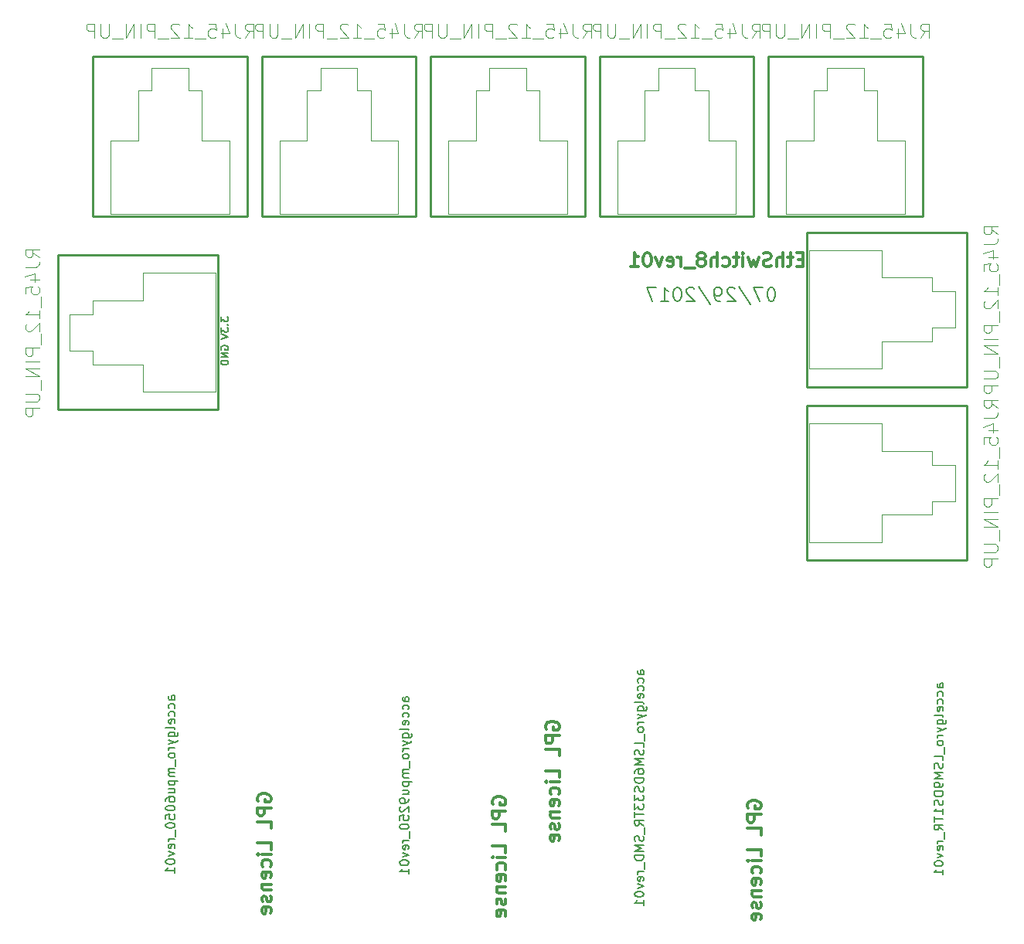
<source format=gbo>
G04 #@! TF.FileFunction,Legend,Bot*
%FSLAX46Y46*%
G04 Gerber Fmt 4.6, Leading zero omitted, Abs format (unit mm)*
G04 Created by KiCad (PCBNEW 4.0.6-e0-6349~53~ubuntu16.04.1) date Wed Aug 23 22:00:31 2017*
%MOMM*%
%LPD*%
G01*
G04 APERTURE LIST*
%ADD10C,0.150000*%
%ADD11C,0.200000*%
%ADD12C,0.300000*%
%ADD13C,0.100000*%
%ADD14C,0.254000*%
%ADD15C,0.099060*%
G04 APERTURE END LIST*
D10*
D11*
X104061905Y-83819048D02*
X104061905Y-84314286D01*
X104366667Y-84047619D01*
X104366667Y-84161905D01*
X104404762Y-84238095D01*
X104442857Y-84276191D01*
X104519048Y-84314286D01*
X104709524Y-84314286D01*
X104785714Y-84276191D01*
X104823810Y-84238095D01*
X104861905Y-84161905D01*
X104861905Y-83933333D01*
X104823810Y-83857143D01*
X104785714Y-83819048D01*
X104785714Y-84657143D02*
X104823810Y-84695238D01*
X104861905Y-84657143D01*
X104823810Y-84619048D01*
X104785714Y-84657143D01*
X104861905Y-84657143D01*
X104061905Y-84961905D02*
X104061905Y-85457143D01*
X104366667Y-85190476D01*
X104366667Y-85304762D01*
X104404762Y-85380952D01*
X104442857Y-85419048D01*
X104519048Y-85457143D01*
X104709524Y-85457143D01*
X104785714Y-85419048D01*
X104823810Y-85380952D01*
X104861905Y-85304762D01*
X104861905Y-85076190D01*
X104823810Y-85000000D01*
X104785714Y-84961905D01*
X104061905Y-85685714D02*
X104861905Y-85952381D01*
X104061905Y-86219048D01*
X164442856Y-80578571D02*
X164299999Y-80578571D01*
X164157142Y-80650000D01*
X164085713Y-80721429D01*
X164014284Y-80864286D01*
X163942856Y-81150000D01*
X163942856Y-81507143D01*
X164014284Y-81792857D01*
X164085713Y-81935714D01*
X164157142Y-82007143D01*
X164299999Y-82078571D01*
X164442856Y-82078571D01*
X164585713Y-82007143D01*
X164657142Y-81935714D01*
X164728570Y-81792857D01*
X164799999Y-81507143D01*
X164799999Y-81150000D01*
X164728570Y-80864286D01*
X164657142Y-80721429D01*
X164585713Y-80650000D01*
X164442856Y-80578571D01*
X163442856Y-80578571D02*
X162442856Y-80578571D01*
X163085713Y-82078571D01*
X160800000Y-80507143D02*
X162085714Y-82435714D01*
X160371428Y-80721429D02*
X160299999Y-80650000D01*
X160157142Y-80578571D01*
X159799999Y-80578571D01*
X159657142Y-80650000D01*
X159585713Y-80721429D01*
X159514285Y-80864286D01*
X159514285Y-81007143D01*
X159585713Y-81221429D01*
X160442856Y-82078571D01*
X159514285Y-82078571D01*
X158800000Y-82078571D02*
X158514285Y-82078571D01*
X158371428Y-82007143D01*
X158300000Y-81935714D01*
X158157142Y-81721429D01*
X158085714Y-81435714D01*
X158085714Y-80864286D01*
X158157142Y-80721429D01*
X158228571Y-80650000D01*
X158371428Y-80578571D01*
X158657142Y-80578571D01*
X158800000Y-80650000D01*
X158871428Y-80721429D01*
X158942857Y-80864286D01*
X158942857Y-81221429D01*
X158871428Y-81364286D01*
X158800000Y-81435714D01*
X158657142Y-81507143D01*
X158371428Y-81507143D01*
X158228571Y-81435714D01*
X158157142Y-81364286D01*
X158085714Y-81221429D01*
X156371429Y-80507143D02*
X157657143Y-82435714D01*
X155942857Y-80721429D02*
X155871428Y-80650000D01*
X155728571Y-80578571D01*
X155371428Y-80578571D01*
X155228571Y-80650000D01*
X155157142Y-80721429D01*
X155085714Y-80864286D01*
X155085714Y-81007143D01*
X155157142Y-81221429D01*
X156014285Y-82078571D01*
X155085714Y-82078571D01*
X154157143Y-80578571D02*
X154014286Y-80578571D01*
X153871429Y-80650000D01*
X153800000Y-80721429D01*
X153728571Y-80864286D01*
X153657143Y-81150000D01*
X153657143Y-81507143D01*
X153728571Y-81792857D01*
X153800000Y-81935714D01*
X153871429Y-82007143D01*
X154014286Y-82078571D01*
X154157143Y-82078571D01*
X154300000Y-82007143D01*
X154371429Y-81935714D01*
X154442857Y-81792857D01*
X154514286Y-81507143D01*
X154514286Y-81150000D01*
X154442857Y-80864286D01*
X154371429Y-80721429D01*
X154300000Y-80650000D01*
X154157143Y-80578571D01*
X152228572Y-82078571D02*
X153085715Y-82078571D01*
X152657143Y-82078571D02*
X152657143Y-80578571D01*
X152800000Y-80792857D01*
X152942858Y-80935714D01*
X153085715Y-81007143D01*
X151728572Y-80578571D02*
X150728572Y-80578571D01*
X151371429Y-82078571D01*
X104100000Y-87390477D02*
X104061905Y-87314286D01*
X104061905Y-87200001D01*
X104100000Y-87085715D01*
X104176190Y-87009524D01*
X104252381Y-86971429D01*
X104404762Y-86933334D01*
X104519048Y-86933334D01*
X104671429Y-86971429D01*
X104747619Y-87009524D01*
X104823810Y-87085715D01*
X104861905Y-87200001D01*
X104861905Y-87276191D01*
X104823810Y-87390477D01*
X104785714Y-87428572D01*
X104519048Y-87428572D01*
X104519048Y-87276191D01*
X104861905Y-87771429D02*
X104061905Y-87771429D01*
X104861905Y-88228572D01*
X104061905Y-88228572D01*
X104861905Y-88609524D02*
X104061905Y-88609524D01*
X104061905Y-88800000D01*
X104100000Y-88914286D01*
X104176190Y-88990477D01*
X104252381Y-89028572D01*
X104404762Y-89066667D01*
X104519048Y-89066667D01*
X104671429Y-89028572D01*
X104747619Y-88990477D01*
X104823810Y-88914286D01*
X104861905Y-88800000D01*
X104861905Y-88609524D01*
D12*
X167848570Y-77502857D02*
X167348570Y-77502857D01*
X167134284Y-78288571D02*
X167848570Y-78288571D01*
X167848570Y-76788571D01*
X167134284Y-76788571D01*
X166705713Y-77288571D02*
X166134284Y-77288571D01*
X166491427Y-76788571D02*
X166491427Y-78074286D01*
X166419999Y-78217143D01*
X166277141Y-78288571D01*
X166134284Y-78288571D01*
X165634284Y-78288571D02*
X165634284Y-76788571D01*
X164991427Y-78288571D02*
X164991427Y-77502857D01*
X165062856Y-77360000D01*
X165205713Y-77288571D01*
X165419998Y-77288571D01*
X165562856Y-77360000D01*
X165634284Y-77431429D01*
X164348570Y-78217143D02*
X164134284Y-78288571D01*
X163777141Y-78288571D01*
X163634284Y-78217143D01*
X163562855Y-78145714D01*
X163491427Y-78002857D01*
X163491427Y-77860000D01*
X163562855Y-77717143D01*
X163634284Y-77645714D01*
X163777141Y-77574286D01*
X164062855Y-77502857D01*
X164205713Y-77431429D01*
X164277141Y-77360000D01*
X164348570Y-77217143D01*
X164348570Y-77074286D01*
X164277141Y-76931429D01*
X164205713Y-76860000D01*
X164062855Y-76788571D01*
X163705713Y-76788571D01*
X163491427Y-76860000D01*
X162991427Y-77288571D02*
X162705713Y-78288571D01*
X162419999Y-77574286D01*
X162134284Y-78288571D01*
X161848570Y-77288571D01*
X161277141Y-78288571D02*
X161277141Y-77288571D01*
X161277141Y-76788571D02*
X161348570Y-76860000D01*
X161277141Y-76931429D01*
X161205713Y-76860000D01*
X161277141Y-76788571D01*
X161277141Y-76931429D01*
X160777141Y-77288571D02*
X160205712Y-77288571D01*
X160562855Y-76788571D02*
X160562855Y-78074286D01*
X160491427Y-78217143D01*
X160348569Y-78288571D01*
X160205712Y-78288571D01*
X159062855Y-78217143D02*
X159205712Y-78288571D01*
X159491426Y-78288571D01*
X159634284Y-78217143D01*
X159705712Y-78145714D01*
X159777141Y-78002857D01*
X159777141Y-77574286D01*
X159705712Y-77431429D01*
X159634284Y-77360000D01*
X159491426Y-77288571D01*
X159205712Y-77288571D01*
X159062855Y-77360000D01*
X158419998Y-78288571D02*
X158419998Y-76788571D01*
X157777141Y-78288571D02*
X157777141Y-77502857D01*
X157848570Y-77360000D01*
X157991427Y-77288571D01*
X158205712Y-77288571D01*
X158348570Y-77360000D01*
X158419998Y-77431429D01*
X156848569Y-77431429D02*
X156991427Y-77360000D01*
X157062855Y-77288571D01*
X157134284Y-77145714D01*
X157134284Y-77074286D01*
X157062855Y-76931429D01*
X156991427Y-76860000D01*
X156848569Y-76788571D01*
X156562855Y-76788571D01*
X156419998Y-76860000D01*
X156348569Y-76931429D01*
X156277141Y-77074286D01*
X156277141Y-77145714D01*
X156348569Y-77288571D01*
X156419998Y-77360000D01*
X156562855Y-77431429D01*
X156848569Y-77431429D01*
X156991427Y-77502857D01*
X157062855Y-77574286D01*
X157134284Y-77717143D01*
X157134284Y-78002857D01*
X157062855Y-78145714D01*
X156991427Y-78217143D01*
X156848569Y-78288571D01*
X156562855Y-78288571D01*
X156419998Y-78217143D01*
X156348569Y-78145714D01*
X156277141Y-78002857D01*
X156277141Y-77717143D01*
X156348569Y-77574286D01*
X156419998Y-77502857D01*
X156562855Y-77431429D01*
X155991427Y-78431429D02*
X154848570Y-78431429D01*
X154491427Y-78288571D02*
X154491427Y-77288571D01*
X154491427Y-77574286D02*
X154419999Y-77431429D01*
X154348570Y-77360000D01*
X154205713Y-77288571D01*
X154062856Y-77288571D01*
X152991428Y-78217143D02*
X153134285Y-78288571D01*
X153419999Y-78288571D01*
X153562856Y-78217143D01*
X153634285Y-78074286D01*
X153634285Y-77502857D01*
X153562856Y-77360000D01*
X153419999Y-77288571D01*
X153134285Y-77288571D01*
X152991428Y-77360000D01*
X152919999Y-77502857D01*
X152919999Y-77645714D01*
X153634285Y-77788571D01*
X152419999Y-77288571D02*
X152062856Y-78288571D01*
X151705714Y-77288571D01*
X150848571Y-76788571D02*
X150705714Y-76788571D01*
X150562857Y-76860000D01*
X150491428Y-76931429D01*
X150419999Y-77074286D01*
X150348571Y-77360000D01*
X150348571Y-77717143D01*
X150419999Y-78002857D01*
X150491428Y-78145714D01*
X150562857Y-78217143D01*
X150705714Y-78288571D01*
X150848571Y-78288571D01*
X150991428Y-78217143D01*
X151062857Y-78145714D01*
X151134285Y-78002857D01*
X151205714Y-77717143D01*
X151205714Y-77360000D01*
X151134285Y-77074286D01*
X151062857Y-76931429D01*
X150991428Y-76860000D01*
X150848571Y-76788571D01*
X148920000Y-78288571D02*
X149777143Y-78288571D01*
X149348571Y-78288571D02*
X149348571Y-76788571D01*
X149491428Y-77002857D01*
X149634286Y-77145714D01*
X149777143Y-77217143D01*
X108125000Y-136910714D02*
X108053571Y-136767857D01*
X108053571Y-136553571D01*
X108125000Y-136339286D01*
X108267857Y-136196428D01*
X108410714Y-136125000D01*
X108696429Y-136053571D01*
X108910714Y-136053571D01*
X109196429Y-136125000D01*
X109339286Y-136196428D01*
X109482143Y-136339286D01*
X109553571Y-136553571D01*
X109553571Y-136696428D01*
X109482143Y-136910714D01*
X109410714Y-136982143D01*
X108910714Y-136982143D01*
X108910714Y-136696428D01*
X109553571Y-137625000D02*
X108053571Y-137625000D01*
X108053571Y-138196428D01*
X108125000Y-138339286D01*
X108196429Y-138410714D01*
X108339286Y-138482143D01*
X108553571Y-138482143D01*
X108696429Y-138410714D01*
X108767857Y-138339286D01*
X108839286Y-138196428D01*
X108839286Y-137625000D01*
X109553571Y-139839286D02*
X109553571Y-139125000D01*
X108053571Y-139125000D01*
X109553571Y-142196429D02*
X109553571Y-141482143D01*
X108053571Y-141482143D01*
X109553571Y-142696429D02*
X108553571Y-142696429D01*
X108053571Y-142696429D02*
X108125000Y-142625000D01*
X108196429Y-142696429D01*
X108125000Y-142767857D01*
X108053571Y-142696429D01*
X108196429Y-142696429D01*
X109482143Y-144053572D02*
X109553571Y-143910715D01*
X109553571Y-143625001D01*
X109482143Y-143482143D01*
X109410714Y-143410715D01*
X109267857Y-143339286D01*
X108839286Y-143339286D01*
X108696429Y-143410715D01*
X108625000Y-143482143D01*
X108553571Y-143625001D01*
X108553571Y-143910715D01*
X108625000Y-144053572D01*
X109482143Y-145267857D02*
X109553571Y-145125000D01*
X109553571Y-144839286D01*
X109482143Y-144696429D01*
X109339286Y-144625000D01*
X108767857Y-144625000D01*
X108625000Y-144696429D01*
X108553571Y-144839286D01*
X108553571Y-145125000D01*
X108625000Y-145267857D01*
X108767857Y-145339286D01*
X108910714Y-145339286D01*
X109053571Y-144625000D01*
X108553571Y-145982143D02*
X109553571Y-145982143D01*
X108696429Y-145982143D02*
X108625000Y-146053571D01*
X108553571Y-146196429D01*
X108553571Y-146410714D01*
X108625000Y-146553571D01*
X108767857Y-146625000D01*
X109553571Y-146625000D01*
X109482143Y-147267857D02*
X109553571Y-147410714D01*
X109553571Y-147696429D01*
X109482143Y-147839286D01*
X109339286Y-147910714D01*
X109267857Y-147910714D01*
X109125000Y-147839286D01*
X109053571Y-147696429D01*
X109053571Y-147482143D01*
X108982143Y-147339286D01*
X108839286Y-147267857D01*
X108767857Y-147267857D01*
X108625000Y-147339286D01*
X108553571Y-147482143D01*
X108553571Y-147696429D01*
X108625000Y-147839286D01*
X109482143Y-149125000D02*
X109553571Y-148982143D01*
X109553571Y-148696429D01*
X109482143Y-148553572D01*
X109339286Y-148482143D01*
X108767857Y-148482143D01*
X108625000Y-148553572D01*
X108553571Y-148696429D01*
X108553571Y-148982143D01*
X108625000Y-149125000D01*
X108767857Y-149196429D01*
X108910714Y-149196429D01*
X109053571Y-148482143D01*
D10*
X99027381Y-125786904D02*
X98503571Y-125786904D01*
X98408333Y-125739285D01*
X98360714Y-125644047D01*
X98360714Y-125453570D01*
X98408333Y-125358332D01*
X98979762Y-125786904D02*
X99027381Y-125691666D01*
X99027381Y-125453570D01*
X98979762Y-125358332D01*
X98884524Y-125310713D01*
X98789286Y-125310713D01*
X98694048Y-125358332D01*
X98646429Y-125453570D01*
X98646429Y-125691666D01*
X98598810Y-125786904D01*
X98979762Y-126691666D02*
X99027381Y-126596428D01*
X99027381Y-126405951D01*
X98979762Y-126310713D01*
X98932143Y-126263094D01*
X98836905Y-126215475D01*
X98551190Y-126215475D01*
X98455952Y-126263094D01*
X98408333Y-126310713D01*
X98360714Y-126405951D01*
X98360714Y-126596428D01*
X98408333Y-126691666D01*
X98979762Y-127548809D02*
X99027381Y-127453571D01*
X99027381Y-127263094D01*
X98979762Y-127167856D01*
X98932143Y-127120237D01*
X98836905Y-127072618D01*
X98551190Y-127072618D01*
X98455952Y-127120237D01*
X98408333Y-127167856D01*
X98360714Y-127263094D01*
X98360714Y-127453571D01*
X98408333Y-127548809D01*
X98979762Y-128358333D02*
X99027381Y-128263095D01*
X99027381Y-128072618D01*
X98979762Y-127977380D01*
X98884524Y-127929761D01*
X98503571Y-127929761D01*
X98408333Y-127977380D01*
X98360714Y-128072618D01*
X98360714Y-128263095D01*
X98408333Y-128358333D01*
X98503571Y-128405952D01*
X98598810Y-128405952D01*
X98694048Y-127929761D01*
X99027381Y-128977380D02*
X98979762Y-128882142D01*
X98884524Y-128834523D01*
X98027381Y-128834523D01*
X98360714Y-129786905D02*
X99170238Y-129786905D01*
X99265476Y-129739286D01*
X99313095Y-129691667D01*
X99360714Y-129596428D01*
X99360714Y-129453571D01*
X99313095Y-129358333D01*
X98979762Y-129786905D02*
X99027381Y-129691667D01*
X99027381Y-129501190D01*
X98979762Y-129405952D01*
X98932143Y-129358333D01*
X98836905Y-129310714D01*
X98551190Y-129310714D01*
X98455952Y-129358333D01*
X98408333Y-129405952D01*
X98360714Y-129501190D01*
X98360714Y-129691667D01*
X98408333Y-129786905D01*
X98360714Y-130167857D02*
X99027381Y-130405952D01*
X98360714Y-130644048D02*
X99027381Y-130405952D01*
X99265476Y-130310714D01*
X99313095Y-130263095D01*
X99360714Y-130167857D01*
X99027381Y-131025000D02*
X98360714Y-131025000D01*
X98551190Y-131025000D02*
X98455952Y-131072619D01*
X98408333Y-131120238D01*
X98360714Y-131215476D01*
X98360714Y-131310715D01*
X99027381Y-131786905D02*
X98979762Y-131691667D01*
X98932143Y-131644048D01*
X98836905Y-131596429D01*
X98551190Y-131596429D01*
X98455952Y-131644048D01*
X98408333Y-131691667D01*
X98360714Y-131786905D01*
X98360714Y-131929763D01*
X98408333Y-132025001D01*
X98455952Y-132072620D01*
X98551190Y-132120239D01*
X98836905Y-132120239D01*
X98932143Y-132072620D01*
X98979762Y-132025001D01*
X99027381Y-131929763D01*
X99027381Y-131786905D01*
X99122619Y-132310715D02*
X99122619Y-133072620D01*
X99027381Y-133310715D02*
X98360714Y-133310715D01*
X98455952Y-133310715D02*
X98408333Y-133358334D01*
X98360714Y-133453572D01*
X98360714Y-133596430D01*
X98408333Y-133691668D01*
X98503571Y-133739287D01*
X99027381Y-133739287D01*
X98503571Y-133739287D02*
X98408333Y-133786906D01*
X98360714Y-133882144D01*
X98360714Y-134025001D01*
X98408333Y-134120239D01*
X98503571Y-134167858D01*
X99027381Y-134167858D01*
X98360714Y-134644048D02*
X99360714Y-134644048D01*
X98408333Y-134644048D02*
X98360714Y-134739286D01*
X98360714Y-134929763D01*
X98408333Y-135025001D01*
X98455952Y-135072620D01*
X98551190Y-135120239D01*
X98836905Y-135120239D01*
X98932143Y-135072620D01*
X98979762Y-135025001D01*
X99027381Y-134929763D01*
X99027381Y-134739286D01*
X98979762Y-134644048D01*
X98360714Y-135977382D02*
X99027381Y-135977382D01*
X98360714Y-135548810D02*
X98884524Y-135548810D01*
X98979762Y-135596429D01*
X99027381Y-135691667D01*
X99027381Y-135834525D01*
X98979762Y-135929763D01*
X98932143Y-135977382D01*
X98027381Y-136882144D02*
X98027381Y-136691667D01*
X98075000Y-136596429D01*
X98122619Y-136548810D01*
X98265476Y-136453572D01*
X98455952Y-136405953D01*
X98836905Y-136405953D01*
X98932143Y-136453572D01*
X98979762Y-136501191D01*
X99027381Y-136596429D01*
X99027381Y-136786906D01*
X98979762Y-136882144D01*
X98932143Y-136929763D01*
X98836905Y-136977382D01*
X98598810Y-136977382D01*
X98503571Y-136929763D01*
X98455952Y-136882144D01*
X98408333Y-136786906D01*
X98408333Y-136596429D01*
X98455952Y-136501191D01*
X98503571Y-136453572D01*
X98598810Y-136405953D01*
X98027381Y-137596429D02*
X98027381Y-137691668D01*
X98075000Y-137786906D01*
X98122619Y-137834525D01*
X98217857Y-137882144D01*
X98408333Y-137929763D01*
X98646429Y-137929763D01*
X98836905Y-137882144D01*
X98932143Y-137834525D01*
X98979762Y-137786906D01*
X99027381Y-137691668D01*
X99027381Y-137596429D01*
X98979762Y-137501191D01*
X98932143Y-137453572D01*
X98836905Y-137405953D01*
X98646429Y-137358334D01*
X98408333Y-137358334D01*
X98217857Y-137405953D01*
X98122619Y-137453572D01*
X98075000Y-137501191D01*
X98027381Y-137596429D01*
X98027381Y-138834525D02*
X98027381Y-138358334D01*
X98503571Y-138310715D01*
X98455952Y-138358334D01*
X98408333Y-138453572D01*
X98408333Y-138691668D01*
X98455952Y-138786906D01*
X98503571Y-138834525D01*
X98598810Y-138882144D01*
X98836905Y-138882144D01*
X98932143Y-138834525D01*
X98979762Y-138786906D01*
X99027381Y-138691668D01*
X99027381Y-138453572D01*
X98979762Y-138358334D01*
X98932143Y-138310715D01*
X98027381Y-139501191D02*
X98027381Y-139596430D01*
X98075000Y-139691668D01*
X98122619Y-139739287D01*
X98217857Y-139786906D01*
X98408333Y-139834525D01*
X98646429Y-139834525D01*
X98836905Y-139786906D01*
X98932143Y-139739287D01*
X98979762Y-139691668D01*
X99027381Y-139596430D01*
X99027381Y-139501191D01*
X98979762Y-139405953D01*
X98932143Y-139358334D01*
X98836905Y-139310715D01*
X98646429Y-139263096D01*
X98408333Y-139263096D01*
X98217857Y-139310715D01*
X98122619Y-139358334D01*
X98075000Y-139405953D01*
X98027381Y-139501191D01*
X99122619Y-140025001D02*
X99122619Y-140786906D01*
X99027381Y-141025001D02*
X98360714Y-141025001D01*
X98551190Y-141025001D02*
X98455952Y-141072620D01*
X98408333Y-141120239D01*
X98360714Y-141215477D01*
X98360714Y-141310716D01*
X98979762Y-142025002D02*
X99027381Y-141929764D01*
X99027381Y-141739287D01*
X98979762Y-141644049D01*
X98884524Y-141596430D01*
X98503571Y-141596430D01*
X98408333Y-141644049D01*
X98360714Y-141739287D01*
X98360714Y-141929764D01*
X98408333Y-142025002D01*
X98503571Y-142072621D01*
X98598810Y-142072621D01*
X98694048Y-141596430D01*
X98360714Y-142405954D02*
X99027381Y-142644049D01*
X98360714Y-142882145D01*
X98027381Y-143453573D02*
X98027381Y-143548812D01*
X98075000Y-143644050D01*
X98122619Y-143691669D01*
X98217857Y-143739288D01*
X98408333Y-143786907D01*
X98646429Y-143786907D01*
X98836905Y-143739288D01*
X98932143Y-143691669D01*
X98979762Y-143644050D01*
X99027381Y-143548812D01*
X99027381Y-143453573D01*
X98979762Y-143358335D01*
X98932143Y-143310716D01*
X98836905Y-143263097D01*
X98646429Y-143215478D01*
X98408333Y-143215478D01*
X98217857Y-143263097D01*
X98122619Y-143310716D01*
X98075000Y-143358335D01*
X98027381Y-143453573D01*
X99027381Y-144739288D02*
X99027381Y-144167859D01*
X99027381Y-144453573D02*
X98027381Y-144453573D01*
X98170238Y-144358335D01*
X98265476Y-144263097D01*
X98313095Y-144167859D01*
D12*
X133850000Y-137235714D02*
X133778571Y-137092857D01*
X133778571Y-136878571D01*
X133850000Y-136664286D01*
X133992857Y-136521428D01*
X134135714Y-136450000D01*
X134421429Y-136378571D01*
X134635714Y-136378571D01*
X134921429Y-136450000D01*
X135064286Y-136521428D01*
X135207143Y-136664286D01*
X135278571Y-136878571D01*
X135278571Y-137021428D01*
X135207143Y-137235714D01*
X135135714Y-137307143D01*
X134635714Y-137307143D01*
X134635714Y-137021428D01*
X135278571Y-137950000D02*
X133778571Y-137950000D01*
X133778571Y-138521428D01*
X133850000Y-138664286D01*
X133921429Y-138735714D01*
X134064286Y-138807143D01*
X134278571Y-138807143D01*
X134421429Y-138735714D01*
X134492857Y-138664286D01*
X134564286Y-138521428D01*
X134564286Y-137950000D01*
X135278571Y-140164286D02*
X135278571Y-139450000D01*
X133778571Y-139450000D01*
X135278571Y-142521429D02*
X135278571Y-141807143D01*
X133778571Y-141807143D01*
X135278571Y-143021429D02*
X134278571Y-143021429D01*
X133778571Y-143021429D02*
X133850000Y-142950000D01*
X133921429Y-143021429D01*
X133850000Y-143092857D01*
X133778571Y-143021429D01*
X133921429Y-143021429D01*
X135207143Y-144378572D02*
X135278571Y-144235715D01*
X135278571Y-143950001D01*
X135207143Y-143807143D01*
X135135714Y-143735715D01*
X134992857Y-143664286D01*
X134564286Y-143664286D01*
X134421429Y-143735715D01*
X134350000Y-143807143D01*
X134278571Y-143950001D01*
X134278571Y-144235715D01*
X134350000Y-144378572D01*
X135207143Y-145592857D02*
X135278571Y-145450000D01*
X135278571Y-145164286D01*
X135207143Y-145021429D01*
X135064286Y-144950000D01*
X134492857Y-144950000D01*
X134350000Y-145021429D01*
X134278571Y-145164286D01*
X134278571Y-145450000D01*
X134350000Y-145592857D01*
X134492857Y-145664286D01*
X134635714Y-145664286D01*
X134778571Y-144950000D01*
X134278571Y-146307143D02*
X135278571Y-146307143D01*
X134421429Y-146307143D02*
X134350000Y-146378571D01*
X134278571Y-146521429D01*
X134278571Y-146735714D01*
X134350000Y-146878571D01*
X134492857Y-146950000D01*
X135278571Y-146950000D01*
X135207143Y-147592857D02*
X135278571Y-147735714D01*
X135278571Y-148021429D01*
X135207143Y-148164286D01*
X135064286Y-148235714D01*
X134992857Y-148235714D01*
X134850000Y-148164286D01*
X134778571Y-148021429D01*
X134778571Y-147807143D01*
X134707143Y-147664286D01*
X134564286Y-147592857D01*
X134492857Y-147592857D01*
X134350000Y-147664286D01*
X134278571Y-147807143D01*
X134278571Y-148021429D01*
X134350000Y-148164286D01*
X135207143Y-149450000D02*
X135278571Y-149307143D01*
X135278571Y-149021429D01*
X135207143Y-148878572D01*
X135064286Y-148807143D01*
X134492857Y-148807143D01*
X134350000Y-148878572D01*
X134278571Y-149021429D01*
X134278571Y-149307143D01*
X134350000Y-149450000D01*
X134492857Y-149521429D01*
X134635714Y-149521429D01*
X134778571Y-148807143D01*
D10*
X124652381Y-125911904D02*
X124128571Y-125911904D01*
X124033333Y-125864285D01*
X123985714Y-125769047D01*
X123985714Y-125578570D01*
X124033333Y-125483332D01*
X124604762Y-125911904D02*
X124652381Y-125816666D01*
X124652381Y-125578570D01*
X124604762Y-125483332D01*
X124509524Y-125435713D01*
X124414286Y-125435713D01*
X124319048Y-125483332D01*
X124271429Y-125578570D01*
X124271429Y-125816666D01*
X124223810Y-125911904D01*
X124604762Y-126816666D02*
X124652381Y-126721428D01*
X124652381Y-126530951D01*
X124604762Y-126435713D01*
X124557143Y-126388094D01*
X124461905Y-126340475D01*
X124176190Y-126340475D01*
X124080952Y-126388094D01*
X124033333Y-126435713D01*
X123985714Y-126530951D01*
X123985714Y-126721428D01*
X124033333Y-126816666D01*
X124604762Y-127673809D02*
X124652381Y-127578571D01*
X124652381Y-127388094D01*
X124604762Y-127292856D01*
X124557143Y-127245237D01*
X124461905Y-127197618D01*
X124176190Y-127197618D01*
X124080952Y-127245237D01*
X124033333Y-127292856D01*
X123985714Y-127388094D01*
X123985714Y-127578571D01*
X124033333Y-127673809D01*
X124604762Y-128483333D02*
X124652381Y-128388095D01*
X124652381Y-128197618D01*
X124604762Y-128102380D01*
X124509524Y-128054761D01*
X124128571Y-128054761D01*
X124033333Y-128102380D01*
X123985714Y-128197618D01*
X123985714Y-128388095D01*
X124033333Y-128483333D01*
X124128571Y-128530952D01*
X124223810Y-128530952D01*
X124319048Y-128054761D01*
X124652381Y-129102380D02*
X124604762Y-129007142D01*
X124509524Y-128959523D01*
X123652381Y-128959523D01*
X123985714Y-129911905D02*
X124795238Y-129911905D01*
X124890476Y-129864286D01*
X124938095Y-129816667D01*
X124985714Y-129721428D01*
X124985714Y-129578571D01*
X124938095Y-129483333D01*
X124604762Y-129911905D02*
X124652381Y-129816667D01*
X124652381Y-129626190D01*
X124604762Y-129530952D01*
X124557143Y-129483333D01*
X124461905Y-129435714D01*
X124176190Y-129435714D01*
X124080952Y-129483333D01*
X124033333Y-129530952D01*
X123985714Y-129626190D01*
X123985714Y-129816667D01*
X124033333Y-129911905D01*
X123985714Y-130292857D02*
X124652381Y-130530952D01*
X123985714Y-130769048D02*
X124652381Y-130530952D01*
X124890476Y-130435714D01*
X124938095Y-130388095D01*
X124985714Y-130292857D01*
X124652381Y-131150000D02*
X123985714Y-131150000D01*
X124176190Y-131150000D02*
X124080952Y-131197619D01*
X124033333Y-131245238D01*
X123985714Y-131340476D01*
X123985714Y-131435715D01*
X124652381Y-131911905D02*
X124604762Y-131816667D01*
X124557143Y-131769048D01*
X124461905Y-131721429D01*
X124176190Y-131721429D01*
X124080952Y-131769048D01*
X124033333Y-131816667D01*
X123985714Y-131911905D01*
X123985714Y-132054763D01*
X124033333Y-132150001D01*
X124080952Y-132197620D01*
X124176190Y-132245239D01*
X124461905Y-132245239D01*
X124557143Y-132197620D01*
X124604762Y-132150001D01*
X124652381Y-132054763D01*
X124652381Y-131911905D01*
X124747619Y-132435715D02*
X124747619Y-133197620D01*
X124652381Y-133435715D02*
X123985714Y-133435715D01*
X124080952Y-133435715D02*
X124033333Y-133483334D01*
X123985714Y-133578572D01*
X123985714Y-133721430D01*
X124033333Y-133816668D01*
X124128571Y-133864287D01*
X124652381Y-133864287D01*
X124128571Y-133864287D02*
X124033333Y-133911906D01*
X123985714Y-134007144D01*
X123985714Y-134150001D01*
X124033333Y-134245239D01*
X124128571Y-134292858D01*
X124652381Y-134292858D01*
X123985714Y-134769048D02*
X124985714Y-134769048D01*
X124033333Y-134769048D02*
X123985714Y-134864286D01*
X123985714Y-135054763D01*
X124033333Y-135150001D01*
X124080952Y-135197620D01*
X124176190Y-135245239D01*
X124461905Y-135245239D01*
X124557143Y-135197620D01*
X124604762Y-135150001D01*
X124652381Y-135054763D01*
X124652381Y-134864286D01*
X124604762Y-134769048D01*
X123985714Y-136102382D02*
X124652381Y-136102382D01*
X123985714Y-135673810D02*
X124509524Y-135673810D01*
X124604762Y-135721429D01*
X124652381Y-135816667D01*
X124652381Y-135959525D01*
X124604762Y-136054763D01*
X124557143Y-136102382D01*
X124652381Y-136626191D02*
X124652381Y-136816667D01*
X124604762Y-136911906D01*
X124557143Y-136959525D01*
X124414286Y-137054763D01*
X124223810Y-137102382D01*
X123842857Y-137102382D01*
X123747619Y-137054763D01*
X123700000Y-137007144D01*
X123652381Y-136911906D01*
X123652381Y-136721429D01*
X123700000Y-136626191D01*
X123747619Y-136578572D01*
X123842857Y-136530953D01*
X124080952Y-136530953D01*
X124176190Y-136578572D01*
X124223810Y-136626191D01*
X124271429Y-136721429D01*
X124271429Y-136911906D01*
X124223810Y-137007144D01*
X124176190Y-137054763D01*
X124080952Y-137102382D01*
X123747619Y-137483334D02*
X123700000Y-137530953D01*
X123652381Y-137626191D01*
X123652381Y-137864287D01*
X123700000Y-137959525D01*
X123747619Y-138007144D01*
X123842857Y-138054763D01*
X123938095Y-138054763D01*
X124080952Y-138007144D01*
X124652381Y-137435715D01*
X124652381Y-138054763D01*
X123652381Y-138959525D02*
X123652381Y-138483334D01*
X124128571Y-138435715D01*
X124080952Y-138483334D01*
X124033333Y-138578572D01*
X124033333Y-138816668D01*
X124080952Y-138911906D01*
X124128571Y-138959525D01*
X124223810Y-139007144D01*
X124461905Y-139007144D01*
X124557143Y-138959525D01*
X124604762Y-138911906D01*
X124652381Y-138816668D01*
X124652381Y-138578572D01*
X124604762Y-138483334D01*
X124557143Y-138435715D01*
X123652381Y-139626191D02*
X123652381Y-139721430D01*
X123700000Y-139816668D01*
X123747619Y-139864287D01*
X123842857Y-139911906D01*
X124033333Y-139959525D01*
X124271429Y-139959525D01*
X124461905Y-139911906D01*
X124557143Y-139864287D01*
X124604762Y-139816668D01*
X124652381Y-139721430D01*
X124652381Y-139626191D01*
X124604762Y-139530953D01*
X124557143Y-139483334D01*
X124461905Y-139435715D01*
X124271429Y-139388096D01*
X124033333Y-139388096D01*
X123842857Y-139435715D01*
X123747619Y-139483334D01*
X123700000Y-139530953D01*
X123652381Y-139626191D01*
X124747619Y-140150001D02*
X124747619Y-140911906D01*
X124652381Y-141150001D02*
X123985714Y-141150001D01*
X124176190Y-141150001D02*
X124080952Y-141197620D01*
X124033333Y-141245239D01*
X123985714Y-141340477D01*
X123985714Y-141435716D01*
X124604762Y-142150002D02*
X124652381Y-142054764D01*
X124652381Y-141864287D01*
X124604762Y-141769049D01*
X124509524Y-141721430D01*
X124128571Y-141721430D01*
X124033333Y-141769049D01*
X123985714Y-141864287D01*
X123985714Y-142054764D01*
X124033333Y-142150002D01*
X124128571Y-142197621D01*
X124223810Y-142197621D01*
X124319048Y-141721430D01*
X123985714Y-142530954D02*
X124652381Y-142769049D01*
X123985714Y-143007145D01*
X123652381Y-143578573D02*
X123652381Y-143673812D01*
X123700000Y-143769050D01*
X123747619Y-143816669D01*
X123842857Y-143864288D01*
X124033333Y-143911907D01*
X124271429Y-143911907D01*
X124461905Y-143864288D01*
X124557143Y-143816669D01*
X124604762Y-143769050D01*
X124652381Y-143673812D01*
X124652381Y-143578573D01*
X124604762Y-143483335D01*
X124557143Y-143435716D01*
X124461905Y-143388097D01*
X124271429Y-143340478D01*
X124033333Y-143340478D01*
X123842857Y-143388097D01*
X123747619Y-143435716D01*
X123700000Y-143483335D01*
X123652381Y-143578573D01*
X124652381Y-144864288D02*
X124652381Y-144292859D01*
X124652381Y-144578573D02*
X123652381Y-144578573D01*
X123795238Y-144483335D01*
X123890476Y-144388097D01*
X123938095Y-144292859D01*
D12*
X139700000Y-128985714D02*
X139628571Y-128842857D01*
X139628571Y-128628571D01*
X139700000Y-128414286D01*
X139842857Y-128271428D01*
X139985714Y-128200000D01*
X140271429Y-128128571D01*
X140485714Y-128128571D01*
X140771429Y-128200000D01*
X140914286Y-128271428D01*
X141057143Y-128414286D01*
X141128571Y-128628571D01*
X141128571Y-128771428D01*
X141057143Y-128985714D01*
X140985714Y-129057143D01*
X140485714Y-129057143D01*
X140485714Y-128771428D01*
X141128571Y-129700000D02*
X139628571Y-129700000D01*
X139628571Y-130271428D01*
X139700000Y-130414286D01*
X139771429Y-130485714D01*
X139914286Y-130557143D01*
X140128571Y-130557143D01*
X140271429Y-130485714D01*
X140342857Y-130414286D01*
X140414286Y-130271428D01*
X140414286Y-129700000D01*
X141128571Y-131914286D02*
X141128571Y-131200000D01*
X139628571Y-131200000D01*
X141128571Y-134271429D02*
X141128571Y-133557143D01*
X139628571Y-133557143D01*
X141128571Y-134771429D02*
X140128571Y-134771429D01*
X139628571Y-134771429D02*
X139700000Y-134700000D01*
X139771429Y-134771429D01*
X139700000Y-134842857D01*
X139628571Y-134771429D01*
X139771429Y-134771429D01*
X141057143Y-136128572D02*
X141128571Y-135985715D01*
X141128571Y-135700001D01*
X141057143Y-135557143D01*
X140985714Y-135485715D01*
X140842857Y-135414286D01*
X140414286Y-135414286D01*
X140271429Y-135485715D01*
X140200000Y-135557143D01*
X140128571Y-135700001D01*
X140128571Y-135985715D01*
X140200000Y-136128572D01*
X141057143Y-137342857D02*
X141128571Y-137200000D01*
X141128571Y-136914286D01*
X141057143Y-136771429D01*
X140914286Y-136700000D01*
X140342857Y-136700000D01*
X140200000Y-136771429D01*
X140128571Y-136914286D01*
X140128571Y-137200000D01*
X140200000Y-137342857D01*
X140342857Y-137414286D01*
X140485714Y-137414286D01*
X140628571Y-136700000D01*
X140128571Y-138057143D02*
X141128571Y-138057143D01*
X140271429Y-138057143D02*
X140200000Y-138128571D01*
X140128571Y-138271429D01*
X140128571Y-138485714D01*
X140200000Y-138628571D01*
X140342857Y-138700000D01*
X141128571Y-138700000D01*
X141057143Y-139342857D02*
X141128571Y-139485714D01*
X141128571Y-139771429D01*
X141057143Y-139914286D01*
X140914286Y-139985714D01*
X140842857Y-139985714D01*
X140700000Y-139914286D01*
X140628571Y-139771429D01*
X140628571Y-139557143D01*
X140557143Y-139414286D01*
X140414286Y-139342857D01*
X140342857Y-139342857D01*
X140200000Y-139414286D01*
X140128571Y-139557143D01*
X140128571Y-139771429D01*
X140200000Y-139914286D01*
X141057143Y-141200000D02*
X141128571Y-141057143D01*
X141128571Y-140771429D01*
X141057143Y-140628572D01*
X140914286Y-140557143D01*
X140342857Y-140557143D01*
X140200000Y-140628572D01*
X140128571Y-140771429D01*
X140128571Y-141057143D01*
X140200000Y-141200000D01*
X140342857Y-141271429D01*
X140485714Y-141271429D01*
X140628571Y-140557143D01*
D10*
X150402381Y-122971427D02*
X149878571Y-122971427D01*
X149783333Y-122923808D01*
X149735714Y-122828570D01*
X149735714Y-122638093D01*
X149783333Y-122542855D01*
X150354762Y-122971427D02*
X150402381Y-122876189D01*
X150402381Y-122638093D01*
X150354762Y-122542855D01*
X150259524Y-122495236D01*
X150164286Y-122495236D01*
X150069048Y-122542855D01*
X150021429Y-122638093D01*
X150021429Y-122876189D01*
X149973810Y-122971427D01*
X150354762Y-123876189D02*
X150402381Y-123780951D01*
X150402381Y-123590474D01*
X150354762Y-123495236D01*
X150307143Y-123447617D01*
X150211905Y-123399998D01*
X149926190Y-123399998D01*
X149830952Y-123447617D01*
X149783333Y-123495236D01*
X149735714Y-123590474D01*
X149735714Y-123780951D01*
X149783333Y-123876189D01*
X150354762Y-124733332D02*
X150402381Y-124638094D01*
X150402381Y-124447617D01*
X150354762Y-124352379D01*
X150307143Y-124304760D01*
X150211905Y-124257141D01*
X149926190Y-124257141D01*
X149830952Y-124304760D01*
X149783333Y-124352379D01*
X149735714Y-124447617D01*
X149735714Y-124638094D01*
X149783333Y-124733332D01*
X150354762Y-125542856D02*
X150402381Y-125447618D01*
X150402381Y-125257141D01*
X150354762Y-125161903D01*
X150259524Y-125114284D01*
X149878571Y-125114284D01*
X149783333Y-125161903D01*
X149735714Y-125257141D01*
X149735714Y-125447618D01*
X149783333Y-125542856D01*
X149878571Y-125590475D01*
X149973810Y-125590475D01*
X150069048Y-125114284D01*
X150402381Y-126161903D02*
X150354762Y-126066665D01*
X150259524Y-126019046D01*
X149402381Y-126019046D01*
X149735714Y-126971428D02*
X150545238Y-126971428D01*
X150640476Y-126923809D01*
X150688095Y-126876190D01*
X150735714Y-126780951D01*
X150735714Y-126638094D01*
X150688095Y-126542856D01*
X150354762Y-126971428D02*
X150402381Y-126876190D01*
X150402381Y-126685713D01*
X150354762Y-126590475D01*
X150307143Y-126542856D01*
X150211905Y-126495237D01*
X149926190Y-126495237D01*
X149830952Y-126542856D01*
X149783333Y-126590475D01*
X149735714Y-126685713D01*
X149735714Y-126876190D01*
X149783333Y-126971428D01*
X149735714Y-127352380D02*
X150402381Y-127590475D01*
X149735714Y-127828571D02*
X150402381Y-127590475D01*
X150640476Y-127495237D01*
X150688095Y-127447618D01*
X150735714Y-127352380D01*
X150402381Y-128209523D02*
X149735714Y-128209523D01*
X149926190Y-128209523D02*
X149830952Y-128257142D01*
X149783333Y-128304761D01*
X149735714Y-128399999D01*
X149735714Y-128495238D01*
X150402381Y-128971428D02*
X150354762Y-128876190D01*
X150307143Y-128828571D01*
X150211905Y-128780952D01*
X149926190Y-128780952D01*
X149830952Y-128828571D01*
X149783333Y-128876190D01*
X149735714Y-128971428D01*
X149735714Y-129114286D01*
X149783333Y-129209524D01*
X149830952Y-129257143D01*
X149926190Y-129304762D01*
X150211905Y-129304762D01*
X150307143Y-129257143D01*
X150354762Y-129209524D01*
X150402381Y-129114286D01*
X150402381Y-128971428D01*
X150497619Y-129495238D02*
X150497619Y-130257143D01*
X150402381Y-130971429D02*
X150402381Y-130495238D01*
X149402381Y-130495238D01*
X150354762Y-131257143D02*
X150402381Y-131400000D01*
X150402381Y-131638096D01*
X150354762Y-131733334D01*
X150307143Y-131780953D01*
X150211905Y-131828572D01*
X150116667Y-131828572D01*
X150021429Y-131780953D01*
X149973810Y-131733334D01*
X149926190Y-131638096D01*
X149878571Y-131447619D01*
X149830952Y-131352381D01*
X149783333Y-131304762D01*
X149688095Y-131257143D01*
X149592857Y-131257143D01*
X149497619Y-131304762D01*
X149450000Y-131352381D01*
X149402381Y-131447619D01*
X149402381Y-131685715D01*
X149450000Y-131828572D01*
X150402381Y-132257143D02*
X149402381Y-132257143D01*
X150116667Y-132590477D01*
X149402381Y-132923810D01*
X150402381Y-132923810D01*
X149402381Y-133828572D02*
X149402381Y-133638095D01*
X149450000Y-133542857D01*
X149497619Y-133495238D01*
X149640476Y-133400000D01*
X149830952Y-133352381D01*
X150211905Y-133352381D01*
X150307143Y-133400000D01*
X150354762Y-133447619D01*
X150402381Y-133542857D01*
X150402381Y-133733334D01*
X150354762Y-133828572D01*
X150307143Y-133876191D01*
X150211905Y-133923810D01*
X149973810Y-133923810D01*
X149878571Y-133876191D01*
X149830952Y-133828572D01*
X149783333Y-133733334D01*
X149783333Y-133542857D01*
X149830952Y-133447619D01*
X149878571Y-133400000D01*
X149973810Y-133352381D01*
X150402381Y-134352381D02*
X149402381Y-134352381D01*
X149402381Y-134590476D01*
X149450000Y-134733334D01*
X149545238Y-134828572D01*
X149640476Y-134876191D01*
X149830952Y-134923810D01*
X149973810Y-134923810D01*
X150164286Y-134876191D01*
X150259524Y-134828572D01*
X150354762Y-134733334D01*
X150402381Y-134590476D01*
X150402381Y-134352381D01*
X150354762Y-135304762D02*
X150402381Y-135447619D01*
X150402381Y-135685715D01*
X150354762Y-135780953D01*
X150307143Y-135828572D01*
X150211905Y-135876191D01*
X150116667Y-135876191D01*
X150021429Y-135828572D01*
X149973810Y-135780953D01*
X149926190Y-135685715D01*
X149878571Y-135495238D01*
X149830952Y-135400000D01*
X149783333Y-135352381D01*
X149688095Y-135304762D01*
X149592857Y-135304762D01*
X149497619Y-135352381D01*
X149450000Y-135400000D01*
X149402381Y-135495238D01*
X149402381Y-135733334D01*
X149450000Y-135876191D01*
X149402381Y-136209524D02*
X149402381Y-136828572D01*
X149783333Y-136495238D01*
X149783333Y-136638096D01*
X149830952Y-136733334D01*
X149878571Y-136780953D01*
X149973810Y-136828572D01*
X150211905Y-136828572D01*
X150307143Y-136780953D01*
X150354762Y-136733334D01*
X150402381Y-136638096D01*
X150402381Y-136352381D01*
X150354762Y-136257143D01*
X150307143Y-136209524D01*
X149402381Y-137161905D02*
X149402381Y-137780953D01*
X149783333Y-137447619D01*
X149783333Y-137590477D01*
X149830952Y-137685715D01*
X149878571Y-137733334D01*
X149973810Y-137780953D01*
X150211905Y-137780953D01*
X150307143Y-137733334D01*
X150354762Y-137685715D01*
X150402381Y-137590477D01*
X150402381Y-137304762D01*
X150354762Y-137209524D01*
X150307143Y-137161905D01*
X149402381Y-138066667D02*
X149402381Y-138638096D01*
X150402381Y-138352381D02*
X149402381Y-138352381D01*
X150402381Y-139542858D02*
X149926190Y-139209524D01*
X150402381Y-138971429D02*
X149402381Y-138971429D01*
X149402381Y-139352382D01*
X149450000Y-139447620D01*
X149497619Y-139495239D01*
X149592857Y-139542858D01*
X149735714Y-139542858D01*
X149830952Y-139495239D01*
X149878571Y-139447620D01*
X149926190Y-139352382D01*
X149926190Y-138971429D01*
X150497619Y-139733334D02*
X150497619Y-140495239D01*
X150354762Y-140685715D02*
X150402381Y-140828572D01*
X150402381Y-141066668D01*
X150354762Y-141161906D01*
X150307143Y-141209525D01*
X150211905Y-141257144D01*
X150116667Y-141257144D01*
X150021429Y-141209525D01*
X149973810Y-141161906D01*
X149926190Y-141066668D01*
X149878571Y-140876191D01*
X149830952Y-140780953D01*
X149783333Y-140733334D01*
X149688095Y-140685715D01*
X149592857Y-140685715D01*
X149497619Y-140733334D01*
X149450000Y-140780953D01*
X149402381Y-140876191D01*
X149402381Y-141114287D01*
X149450000Y-141257144D01*
X150402381Y-141685715D02*
X149402381Y-141685715D01*
X150116667Y-142019049D01*
X149402381Y-142352382D01*
X150402381Y-142352382D01*
X150402381Y-142828572D02*
X149402381Y-142828572D01*
X149402381Y-143066667D01*
X149450000Y-143209525D01*
X149545238Y-143304763D01*
X149640476Y-143352382D01*
X149830952Y-143400001D01*
X149973810Y-143400001D01*
X150164286Y-143352382D01*
X150259524Y-143304763D01*
X150354762Y-143209525D01*
X150402381Y-143066667D01*
X150402381Y-142828572D01*
X150497619Y-143590477D02*
X150497619Y-144352382D01*
X150402381Y-144590477D02*
X149735714Y-144590477D01*
X149926190Y-144590477D02*
X149830952Y-144638096D01*
X149783333Y-144685715D01*
X149735714Y-144780953D01*
X149735714Y-144876192D01*
X150354762Y-145590478D02*
X150402381Y-145495240D01*
X150402381Y-145304763D01*
X150354762Y-145209525D01*
X150259524Y-145161906D01*
X149878571Y-145161906D01*
X149783333Y-145209525D01*
X149735714Y-145304763D01*
X149735714Y-145495240D01*
X149783333Y-145590478D01*
X149878571Y-145638097D01*
X149973810Y-145638097D01*
X150069048Y-145161906D01*
X149735714Y-145971430D02*
X150402381Y-146209525D01*
X149735714Y-146447621D01*
X149402381Y-147019049D02*
X149402381Y-147114288D01*
X149450000Y-147209526D01*
X149497619Y-147257145D01*
X149592857Y-147304764D01*
X149783333Y-147352383D01*
X150021429Y-147352383D01*
X150211905Y-147304764D01*
X150307143Y-147257145D01*
X150354762Y-147209526D01*
X150402381Y-147114288D01*
X150402381Y-147019049D01*
X150354762Y-146923811D01*
X150307143Y-146876192D01*
X150211905Y-146828573D01*
X150021429Y-146780954D01*
X149783333Y-146780954D01*
X149592857Y-146828573D01*
X149497619Y-146876192D01*
X149450000Y-146923811D01*
X149402381Y-147019049D01*
X150402381Y-148304764D02*
X150402381Y-147733335D01*
X150402381Y-148019049D02*
X149402381Y-148019049D01*
X149545238Y-147923811D01*
X149640476Y-147828573D01*
X149688095Y-147733335D01*
D12*
X161800000Y-137635714D02*
X161728571Y-137492857D01*
X161728571Y-137278571D01*
X161800000Y-137064286D01*
X161942857Y-136921428D01*
X162085714Y-136850000D01*
X162371429Y-136778571D01*
X162585714Y-136778571D01*
X162871429Y-136850000D01*
X163014286Y-136921428D01*
X163157143Y-137064286D01*
X163228571Y-137278571D01*
X163228571Y-137421428D01*
X163157143Y-137635714D01*
X163085714Y-137707143D01*
X162585714Y-137707143D01*
X162585714Y-137421428D01*
X163228571Y-138350000D02*
X161728571Y-138350000D01*
X161728571Y-138921428D01*
X161800000Y-139064286D01*
X161871429Y-139135714D01*
X162014286Y-139207143D01*
X162228571Y-139207143D01*
X162371429Y-139135714D01*
X162442857Y-139064286D01*
X162514286Y-138921428D01*
X162514286Y-138350000D01*
X163228571Y-140564286D02*
X163228571Y-139850000D01*
X161728571Y-139850000D01*
X163228571Y-142921429D02*
X163228571Y-142207143D01*
X161728571Y-142207143D01*
X163228571Y-143421429D02*
X162228571Y-143421429D01*
X161728571Y-143421429D02*
X161800000Y-143350000D01*
X161871429Y-143421429D01*
X161800000Y-143492857D01*
X161728571Y-143421429D01*
X161871429Y-143421429D01*
X163157143Y-144778572D02*
X163228571Y-144635715D01*
X163228571Y-144350001D01*
X163157143Y-144207143D01*
X163085714Y-144135715D01*
X162942857Y-144064286D01*
X162514286Y-144064286D01*
X162371429Y-144135715D01*
X162300000Y-144207143D01*
X162228571Y-144350001D01*
X162228571Y-144635715D01*
X162300000Y-144778572D01*
X163157143Y-145992857D02*
X163228571Y-145850000D01*
X163228571Y-145564286D01*
X163157143Y-145421429D01*
X163014286Y-145350000D01*
X162442857Y-145350000D01*
X162300000Y-145421429D01*
X162228571Y-145564286D01*
X162228571Y-145850000D01*
X162300000Y-145992857D01*
X162442857Y-146064286D01*
X162585714Y-146064286D01*
X162728571Y-145350000D01*
X162228571Y-146707143D02*
X163228571Y-146707143D01*
X162371429Y-146707143D02*
X162300000Y-146778571D01*
X162228571Y-146921429D01*
X162228571Y-147135714D01*
X162300000Y-147278571D01*
X162442857Y-147350000D01*
X163228571Y-147350000D01*
X163157143Y-147992857D02*
X163228571Y-148135714D01*
X163228571Y-148421429D01*
X163157143Y-148564286D01*
X163014286Y-148635714D01*
X162942857Y-148635714D01*
X162800000Y-148564286D01*
X162728571Y-148421429D01*
X162728571Y-148207143D01*
X162657143Y-148064286D01*
X162514286Y-147992857D01*
X162442857Y-147992857D01*
X162300000Y-148064286D01*
X162228571Y-148207143D01*
X162228571Y-148421429D01*
X162300000Y-148564286D01*
X163157143Y-149850000D02*
X163228571Y-149707143D01*
X163228571Y-149421429D01*
X163157143Y-149278572D01*
X163014286Y-149207143D01*
X162442857Y-149207143D01*
X162300000Y-149278572D01*
X162228571Y-149421429D01*
X162228571Y-149707143D01*
X162300000Y-149850000D01*
X162442857Y-149921429D01*
X162585714Y-149921429D01*
X162728571Y-149207143D01*
D10*
X183202381Y-124426189D02*
X182678571Y-124426189D01*
X182583333Y-124378570D01*
X182535714Y-124283332D01*
X182535714Y-124092855D01*
X182583333Y-123997617D01*
X183154762Y-124426189D02*
X183202381Y-124330951D01*
X183202381Y-124092855D01*
X183154762Y-123997617D01*
X183059524Y-123949998D01*
X182964286Y-123949998D01*
X182869048Y-123997617D01*
X182821429Y-124092855D01*
X182821429Y-124330951D01*
X182773810Y-124426189D01*
X183154762Y-125330951D02*
X183202381Y-125235713D01*
X183202381Y-125045236D01*
X183154762Y-124949998D01*
X183107143Y-124902379D01*
X183011905Y-124854760D01*
X182726190Y-124854760D01*
X182630952Y-124902379D01*
X182583333Y-124949998D01*
X182535714Y-125045236D01*
X182535714Y-125235713D01*
X182583333Y-125330951D01*
X183154762Y-126188094D02*
X183202381Y-126092856D01*
X183202381Y-125902379D01*
X183154762Y-125807141D01*
X183107143Y-125759522D01*
X183011905Y-125711903D01*
X182726190Y-125711903D01*
X182630952Y-125759522D01*
X182583333Y-125807141D01*
X182535714Y-125902379D01*
X182535714Y-126092856D01*
X182583333Y-126188094D01*
X183154762Y-126997618D02*
X183202381Y-126902380D01*
X183202381Y-126711903D01*
X183154762Y-126616665D01*
X183059524Y-126569046D01*
X182678571Y-126569046D01*
X182583333Y-126616665D01*
X182535714Y-126711903D01*
X182535714Y-126902380D01*
X182583333Y-126997618D01*
X182678571Y-127045237D01*
X182773810Y-127045237D01*
X182869048Y-126569046D01*
X183202381Y-127616665D02*
X183154762Y-127521427D01*
X183059524Y-127473808D01*
X182202381Y-127473808D01*
X182535714Y-128426190D02*
X183345238Y-128426190D01*
X183440476Y-128378571D01*
X183488095Y-128330952D01*
X183535714Y-128235713D01*
X183535714Y-128092856D01*
X183488095Y-127997618D01*
X183154762Y-128426190D02*
X183202381Y-128330952D01*
X183202381Y-128140475D01*
X183154762Y-128045237D01*
X183107143Y-127997618D01*
X183011905Y-127949999D01*
X182726190Y-127949999D01*
X182630952Y-127997618D01*
X182583333Y-128045237D01*
X182535714Y-128140475D01*
X182535714Y-128330952D01*
X182583333Y-128426190D01*
X182535714Y-128807142D02*
X183202381Y-129045237D01*
X182535714Y-129283333D02*
X183202381Y-129045237D01*
X183440476Y-128949999D01*
X183488095Y-128902380D01*
X183535714Y-128807142D01*
X183202381Y-129664285D02*
X182535714Y-129664285D01*
X182726190Y-129664285D02*
X182630952Y-129711904D01*
X182583333Y-129759523D01*
X182535714Y-129854761D01*
X182535714Y-129950000D01*
X183202381Y-130426190D02*
X183154762Y-130330952D01*
X183107143Y-130283333D01*
X183011905Y-130235714D01*
X182726190Y-130235714D01*
X182630952Y-130283333D01*
X182583333Y-130330952D01*
X182535714Y-130426190D01*
X182535714Y-130569048D01*
X182583333Y-130664286D01*
X182630952Y-130711905D01*
X182726190Y-130759524D01*
X183011905Y-130759524D01*
X183107143Y-130711905D01*
X183154762Y-130664286D01*
X183202381Y-130569048D01*
X183202381Y-130426190D01*
X183297619Y-130950000D02*
X183297619Y-131711905D01*
X183202381Y-132426191D02*
X183202381Y-131950000D01*
X182202381Y-131950000D01*
X183154762Y-132711905D02*
X183202381Y-132854762D01*
X183202381Y-133092858D01*
X183154762Y-133188096D01*
X183107143Y-133235715D01*
X183011905Y-133283334D01*
X182916667Y-133283334D01*
X182821429Y-133235715D01*
X182773810Y-133188096D01*
X182726190Y-133092858D01*
X182678571Y-132902381D01*
X182630952Y-132807143D01*
X182583333Y-132759524D01*
X182488095Y-132711905D01*
X182392857Y-132711905D01*
X182297619Y-132759524D01*
X182250000Y-132807143D01*
X182202381Y-132902381D01*
X182202381Y-133140477D01*
X182250000Y-133283334D01*
X183202381Y-133711905D02*
X182202381Y-133711905D01*
X182916667Y-134045239D01*
X182202381Y-134378572D01*
X183202381Y-134378572D01*
X183202381Y-134902381D02*
X183202381Y-135092857D01*
X183154762Y-135188096D01*
X183107143Y-135235715D01*
X182964286Y-135330953D01*
X182773810Y-135378572D01*
X182392857Y-135378572D01*
X182297619Y-135330953D01*
X182250000Y-135283334D01*
X182202381Y-135188096D01*
X182202381Y-134997619D01*
X182250000Y-134902381D01*
X182297619Y-134854762D01*
X182392857Y-134807143D01*
X182630952Y-134807143D01*
X182726190Y-134854762D01*
X182773810Y-134902381D01*
X182821429Y-134997619D01*
X182821429Y-135188096D01*
X182773810Y-135283334D01*
X182726190Y-135330953D01*
X182630952Y-135378572D01*
X183202381Y-135807143D02*
X182202381Y-135807143D01*
X182202381Y-136045238D01*
X182250000Y-136188096D01*
X182345238Y-136283334D01*
X182440476Y-136330953D01*
X182630952Y-136378572D01*
X182773810Y-136378572D01*
X182964286Y-136330953D01*
X183059524Y-136283334D01*
X183154762Y-136188096D01*
X183202381Y-136045238D01*
X183202381Y-135807143D01*
X183154762Y-136759524D02*
X183202381Y-136902381D01*
X183202381Y-137140477D01*
X183154762Y-137235715D01*
X183107143Y-137283334D01*
X183011905Y-137330953D01*
X182916667Y-137330953D01*
X182821429Y-137283334D01*
X182773810Y-137235715D01*
X182726190Y-137140477D01*
X182678571Y-136950000D01*
X182630952Y-136854762D01*
X182583333Y-136807143D01*
X182488095Y-136759524D01*
X182392857Y-136759524D01*
X182297619Y-136807143D01*
X182250000Y-136854762D01*
X182202381Y-136950000D01*
X182202381Y-137188096D01*
X182250000Y-137330953D01*
X183202381Y-138283334D02*
X183202381Y-137711905D01*
X183202381Y-137997619D02*
X182202381Y-137997619D01*
X182345238Y-137902381D01*
X182440476Y-137807143D01*
X182488095Y-137711905D01*
X182202381Y-138569048D02*
X182202381Y-139140477D01*
X183202381Y-138854762D02*
X182202381Y-138854762D01*
X183202381Y-140045239D02*
X182726190Y-139711905D01*
X183202381Y-139473810D02*
X182202381Y-139473810D01*
X182202381Y-139854763D01*
X182250000Y-139950001D01*
X182297619Y-139997620D01*
X182392857Y-140045239D01*
X182535714Y-140045239D01*
X182630952Y-139997620D01*
X182678571Y-139950001D01*
X182726190Y-139854763D01*
X182726190Y-139473810D01*
X183297619Y-140235715D02*
X183297619Y-140997620D01*
X183202381Y-141235715D02*
X182535714Y-141235715D01*
X182726190Y-141235715D02*
X182630952Y-141283334D01*
X182583333Y-141330953D01*
X182535714Y-141426191D01*
X182535714Y-141521430D01*
X183154762Y-142235716D02*
X183202381Y-142140478D01*
X183202381Y-141950001D01*
X183154762Y-141854763D01*
X183059524Y-141807144D01*
X182678571Y-141807144D01*
X182583333Y-141854763D01*
X182535714Y-141950001D01*
X182535714Y-142140478D01*
X182583333Y-142235716D01*
X182678571Y-142283335D01*
X182773810Y-142283335D01*
X182869048Y-141807144D01*
X182535714Y-142616668D02*
X183202381Y-142854763D01*
X182535714Y-143092859D01*
X182202381Y-143664287D02*
X182202381Y-143759526D01*
X182250000Y-143854764D01*
X182297619Y-143902383D01*
X182392857Y-143950002D01*
X182583333Y-143997621D01*
X182821429Y-143997621D01*
X183011905Y-143950002D01*
X183107143Y-143902383D01*
X183154762Y-143854764D01*
X183202381Y-143759526D01*
X183202381Y-143664287D01*
X183154762Y-143569049D01*
X183107143Y-143521430D01*
X183011905Y-143473811D01*
X182821429Y-143426192D01*
X182583333Y-143426192D01*
X182392857Y-143473811D01*
X182297619Y-143521430D01*
X182250000Y-143569049D01*
X182202381Y-143664287D01*
X183202381Y-144950002D02*
X183202381Y-144378573D01*
X183202381Y-144664287D02*
X182202381Y-144664287D01*
X182345238Y-144569049D01*
X182440476Y-144473811D01*
X182488095Y-144378573D01*
D13*
X182000000Y-104000000D02*
X184500000Y-104000000D01*
X184500000Y-104000000D02*
X184500000Y-100000000D01*
X184500000Y-100000000D02*
X182000000Y-100000000D01*
X182000000Y-100000000D02*
X182000000Y-98500000D01*
X182000000Y-98500000D02*
X176500000Y-98500000D01*
X176500000Y-98500000D02*
X176500000Y-95500000D01*
X176500000Y-95500000D02*
X168500000Y-95500000D01*
X168500000Y-95500000D02*
X168500000Y-108500000D01*
X168500000Y-108500000D02*
X176500000Y-108500000D01*
X176500000Y-108500000D02*
X176500000Y-105500000D01*
X176500000Y-105500000D02*
X182000000Y-105500000D01*
X182000000Y-105500000D02*
X182000000Y-104000000D01*
D14*
X168250000Y-110450000D02*
X168250000Y-93550000D01*
X168250000Y-93550000D02*
X185750000Y-93550000D01*
X185750000Y-93550000D02*
X185750000Y-110450000D01*
X185750000Y-110450000D02*
X168250000Y-110450000D01*
D13*
X182000000Y-85000000D02*
X184500000Y-85000000D01*
X184500000Y-85000000D02*
X184500000Y-81000000D01*
X184500000Y-81000000D02*
X182000000Y-81000000D01*
X182000000Y-81000000D02*
X182000000Y-79500000D01*
X182000000Y-79500000D02*
X176500000Y-79500000D01*
X176500000Y-79500000D02*
X176500000Y-76500000D01*
X176500000Y-76500000D02*
X168500000Y-76500000D01*
X168500000Y-76500000D02*
X168500000Y-89500000D01*
X168500000Y-89500000D02*
X176500000Y-89500000D01*
X176500000Y-89500000D02*
X176500000Y-86500000D01*
X176500000Y-86500000D02*
X182000000Y-86500000D01*
X182000000Y-86500000D02*
X182000000Y-85000000D01*
D14*
X168250000Y-91450000D02*
X168250000Y-74550000D01*
X168250000Y-74550000D02*
X185750000Y-74550000D01*
X185750000Y-74550000D02*
X185750000Y-91450000D01*
X185750000Y-91450000D02*
X168250000Y-91450000D01*
D13*
X174500000Y-59000000D02*
X174500000Y-56500000D01*
X174500000Y-56500000D02*
X170500000Y-56500000D01*
X170500000Y-56500000D02*
X170500000Y-59000000D01*
X170500000Y-59000000D02*
X169000000Y-59000000D01*
X169000000Y-59000000D02*
X169000000Y-64500000D01*
X169000000Y-64500000D02*
X166000000Y-64500000D01*
X166000000Y-64500000D02*
X166000000Y-72500000D01*
X166000000Y-72500000D02*
X179000000Y-72500000D01*
X179000000Y-72500000D02*
X179000000Y-64500000D01*
X179000000Y-64500000D02*
X176000000Y-64500000D01*
X176000000Y-64500000D02*
X176000000Y-59000000D01*
X176000000Y-59000000D02*
X174500000Y-59000000D01*
D14*
X180950000Y-72750000D02*
X164050000Y-72750000D01*
X164050000Y-72750000D02*
X164050000Y-55250000D01*
X164050000Y-55250000D02*
X180950000Y-55250000D01*
X180950000Y-55250000D02*
X180950000Y-72750000D01*
D13*
X156000000Y-59000000D02*
X156000000Y-56500000D01*
X156000000Y-56500000D02*
X152000000Y-56500000D01*
X152000000Y-56500000D02*
X152000000Y-59000000D01*
X152000000Y-59000000D02*
X150500000Y-59000000D01*
X150500000Y-59000000D02*
X150500000Y-64500000D01*
X150500000Y-64500000D02*
X147500000Y-64500000D01*
X147500000Y-64500000D02*
X147500000Y-72500000D01*
X147500000Y-72500000D02*
X160500000Y-72500000D01*
X160500000Y-72500000D02*
X160500000Y-64500000D01*
X160500000Y-64500000D02*
X157500000Y-64500000D01*
X157500000Y-64500000D02*
X157500000Y-59000000D01*
X157500000Y-59000000D02*
X156000000Y-59000000D01*
D14*
X162450000Y-72750000D02*
X145550000Y-72750000D01*
X145550000Y-72750000D02*
X145550000Y-55250000D01*
X145550000Y-55250000D02*
X162450000Y-55250000D01*
X162450000Y-55250000D02*
X162450000Y-72750000D01*
D13*
X137500000Y-59000000D02*
X137500000Y-56500000D01*
X137500000Y-56500000D02*
X133500000Y-56500000D01*
X133500000Y-56500000D02*
X133500000Y-59000000D01*
X133500000Y-59000000D02*
X132000000Y-59000000D01*
X132000000Y-59000000D02*
X132000000Y-64500000D01*
X132000000Y-64500000D02*
X129000000Y-64500000D01*
X129000000Y-64500000D02*
X129000000Y-72500000D01*
X129000000Y-72500000D02*
X142000000Y-72500000D01*
X142000000Y-72500000D02*
X142000000Y-64500000D01*
X142000000Y-64500000D02*
X139000000Y-64500000D01*
X139000000Y-64500000D02*
X139000000Y-59000000D01*
X139000000Y-59000000D02*
X137500000Y-59000000D01*
D14*
X143950000Y-72750000D02*
X127050000Y-72750000D01*
X127050000Y-72750000D02*
X127050000Y-55250000D01*
X127050000Y-55250000D02*
X143950000Y-55250000D01*
X143950000Y-55250000D02*
X143950000Y-72750000D01*
D13*
X119000000Y-59000000D02*
X119000000Y-56500000D01*
X119000000Y-56500000D02*
X115000000Y-56500000D01*
X115000000Y-56500000D02*
X115000000Y-59000000D01*
X115000000Y-59000000D02*
X113500000Y-59000000D01*
X113500000Y-59000000D02*
X113500000Y-64500000D01*
X113500000Y-64500000D02*
X110500000Y-64500000D01*
X110500000Y-64500000D02*
X110500000Y-72500000D01*
X110500000Y-72500000D02*
X123500000Y-72500000D01*
X123500000Y-72500000D02*
X123500000Y-64500000D01*
X123500000Y-64500000D02*
X120500000Y-64500000D01*
X120500000Y-64500000D02*
X120500000Y-59000000D01*
X120500000Y-59000000D02*
X119000000Y-59000000D01*
D14*
X125450000Y-72750000D02*
X108550000Y-72750000D01*
X108550000Y-72750000D02*
X108550000Y-55250000D01*
X108550000Y-55250000D02*
X125450000Y-55250000D01*
X125450000Y-55250000D02*
X125450000Y-72750000D01*
D13*
X100500000Y-59000000D02*
X100500000Y-56500000D01*
X100500000Y-56500000D02*
X96500000Y-56500000D01*
X96500000Y-56500000D02*
X96500000Y-59000000D01*
X96500000Y-59000000D02*
X95000000Y-59000000D01*
X95000000Y-59000000D02*
X95000000Y-64500000D01*
X95000000Y-64500000D02*
X92000000Y-64500000D01*
X92000000Y-64500000D02*
X92000000Y-72500000D01*
X92000000Y-72500000D02*
X105000000Y-72500000D01*
X105000000Y-72500000D02*
X105000000Y-64500000D01*
X105000000Y-64500000D02*
X102000000Y-64500000D01*
X102000000Y-64500000D02*
X102000000Y-59000000D01*
X102000000Y-59000000D02*
X100500000Y-59000000D01*
D14*
X106950000Y-72750000D02*
X90050000Y-72750000D01*
X90050000Y-72750000D02*
X90050000Y-55250000D01*
X90050000Y-55250000D02*
X106950000Y-55250000D01*
X106950000Y-55250000D02*
X106950000Y-72750000D01*
D13*
X90000000Y-83500000D02*
X87500000Y-83500000D01*
X87500000Y-83500000D02*
X87500000Y-87500000D01*
X87500000Y-87500000D02*
X90000000Y-87500000D01*
X90000000Y-87500000D02*
X90000000Y-89000000D01*
X90000000Y-89000000D02*
X95500000Y-89000000D01*
X95500000Y-89000000D02*
X95500000Y-92000000D01*
X95500000Y-92000000D02*
X103500000Y-92000000D01*
X103500000Y-92000000D02*
X103500000Y-79000000D01*
X103500000Y-79000000D02*
X95500000Y-79000000D01*
X95500000Y-79000000D02*
X95500000Y-82000000D01*
X95500000Y-82000000D02*
X90000000Y-82000000D01*
X90000000Y-82000000D02*
X90000000Y-83500000D01*
D14*
X103750000Y-77050000D02*
X103750000Y-93950000D01*
X103750000Y-93950000D02*
X86250000Y-93950000D01*
X86250000Y-93950000D02*
X86250000Y-77050000D01*
X86250000Y-77050000D02*
X103750000Y-77050000D01*
D15*
X189189429Y-93763142D02*
X188463714Y-93255142D01*
X189189429Y-92892285D02*
X187665429Y-92892285D01*
X187665429Y-93472857D01*
X187738000Y-93617999D01*
X187810571Y-93690571D01*
X187955714Y-93763142D01*
X188173429Y-93763142D01*
X188318571Y-93690571D01*
X188391143Y-93617999D01*
X188463714Y-93472857D01*
X188463714Y-92892285D01*
X187665429Y-94851714D02*
X188754000Y-94851714D01*
X188971714Y-94779142D01*
X189116857Y-94633999D01*
X189189429Y-94416285D01*
X189189429Y-94271142D01*
X188173429Y-96230571D02*
X189189429Y-96230571D01*
X187592857Y-95867714D02*
X188681429Y-95504857D01*
X188681429Y-96448285D01*
X187665429Y-97754571D02*
X187665429Y-97028857D01*
X188391143Y-96956286D01*
X188318571Y-97028857D01*
X188246000Y-97174000D01*
X188246000Y-97536857D01*
X188318571Y-97682000D01*
X188391143Y-97754571D01*
X188536286Y-97827143D01*
X188899143Y-97827143D01*
X189044286Y-97754571D01*
X189116857Y-97682000D01*
X189189429Y-97536857D01*
X189189429Y-97174000D01*
X189116857Y-97028857D01*
X189044286Y-96956286D01*
X189334571Y-98117429D02*
X189334571Y-99278572D01*
X189189429Y-100439715D02*
X189189429Y-99568858D01*
X189189429Y-100004286D02*
X187665429Y-100004286D01*
X187883143Y-99859143D01*
X188028286Y-99714001D01*
X188100857Y-99568858D01*
X187810571Y-101020287D02*
X187738000Y-101092858D01*
X187665429Y-101238001D01*
X187665429Y-101600858D01*
X187738000Y-101746001D01*
X187810571Y-101818572D01*
X187955714Y-101891144D01*
X188100857Y-101891144D01*
X188318571Y-101818572D01*
X189189429Y-100947715D01*
X189189429Y-101891144D01*
X189334571Y-102181430D02*
X189334571Y-103342573D01*
X189189429Y-103705430D02*
X187665429Y-103705430D01*
X187665429Y-104286002D01*
X187738000Y-104431144D01*
X187810571Y-104503716D01*
X187955714Y-104576287D01*
X188173429Y-104576287D01*
X188318571Y-104503716D01*
X188391143Y-104431144D01*
X188463714Y-104286002D01*
X188463714Y-103705430D01*
X189189429Y-105229430D02*
X187665429Y-105229430D01*
X189189429Y-105955144D02*
X187665429Y-105955144D01*
X189189429Y-106826001D01*
X187665429Y-106826001D01*
X189334571Y-107188858D02*
X189334571Y-108350001D01*
X187665429Y-108712858D02*
X188899143Y-108712858D01*
X189044286Y-108785430D01*
X189116857Y-108858001D01*
X189189429Y-109003144D01*
X189189429Y-109293430D01*
X189116857Y-109438572D01*
X189044286Y-109511144D01*
X188899143Y-109583715D01*
X187665429Y-109583715D01*
X189189429Y-110309429D02*
X187665429Y-110309429D01*
X187665429Y-110890001D01*
X187738000Y-111035143D01*
X187810571Y-111107715D01*
X187955714Y-111180286D01*
X188173429Y-111180286D01*
X188318571Y-111107715D01*
X188391143Y-111035143D01*
X188463714Y-110890001D01*
X188463714Y-110309429D01*
X189189429Y-74763142D02*
X188463714Y-74255142D01*
X189189429Y-73892285D02*
X187665429Y-73892285D01*
X187665429Y-74472857D01*
X187738000Y-74617999D01*
X187810571Y-74690571D01*
X187955714Y-74763142D01*
X188173429Y-74763142D01*
X188318571Y-74690571D01*
X188391143Y-74617999D01*
X188463714Y-74472857D01*
X188463714Y-73892285D01*
X187665429Y-75851714D02*
X188754000Y-75851714D01*
X188971714Y-75779142D01*
X189116857Y-75633999D01*
X189189429Y-75416285D01*
X189189429Y-75271142D01*
X188173429Y-77230571D02*
X189189429Y-77230571D01*
X187592857Y-76867714D02*
X188681429Y-76504857D01*
X188681429Y-77448285D01*
X187665429Y-78754571D02*
X187665429Y-78028857D01*
X188391143Y-77956286D01*
X188318571Y-78028857D01*
X188246000Y-78174000D01*
X188246000Y-78536857D01*
X188318571Y-78682000D01*
X188391143Y-78754571D01*
X188536286Y-78827143D01*
X188899143Y-78827143D01*
X189044286Y-78754571D01*
X189116857Y-78682000D01*
X189189429Y-78536857D01*
X189189429Y-78174000D01*
X189116857Y-78028857D01*
X189044286Y-77956286D01*
X189334571Y-79117429D02*
X189334571Y-80278572D01*
X189189429Y-81439715D02*
X189189429Y-80568858D01*
X189189429Y-81004286D02*
X187665429Y-81004286D01*
X187883143Y-80859143D01*
X188028286Y-80714001D01*
X188100857Y-80568858D01*
X187810571Y-82020287D02*
X187738000Y-82092858D01*
X187665429Y-82238001D01*
X187665429Y-82600858D01*
X187738000Y-82746001D01*
X187810571Y-82818572D01*
X187955714Y-82891144D01*
X188100857Y-82891144D01*
X188318571Y-82818572D01*
X189189429Y-81947715D01*
X189189429Y-82891144D01*
X189334571Y-83181430D02*
X189334571Y-84342573D01*
X189189429Y-84705430D02*
X187665429Y-84705430D01*
X187665429Y-85286002D01*
X187738000Y-85431144D01*
X187810571Y-85503716D01*
X187955714Y-85576287D01*
X188173429Y-85576287D01*
X188318571Y-85503716D01*
X188391143Y-85431144D01*
X188463714Y-85286002D01*
X188463714Y-84705430D01*
X189189429Y-86229430D02*
X187665429Y-86229430D01*
X189189429Y-86955144D02*
X187665429Y-86955144D01*
X189189429Y-87826001D01*
X187665429Y-87826001D01*
X189334571Y-88188858D02*
X189334571Y-89350001D01*
X187665429Y-89712858D02*
X188899143Y-89712858D01*
X189044286Y-89785430D01*
X189116857Y-89858001D01*
X189189429Y-90003144D01*
X189189429Y-90293430D01*
X189116857Y-90438572D01*
X189044286Y-90511144D01*
X188899143Y-90583715D01*
X187665429Y-90583715D01*
X189189429Y-91309429D02*
X187665429Y-91309429D01*
X187665429Y-91890001D01*
X187738000Y-92035143D01*
X187810571Y-92107715D01*
X187955714Y-92180286D01*
X188173429Y-92180286D01*
X188318571Y-92107715D01*
X188391143Y-92035143D01*
X188463714Y-91890001D01*
X188463714Y-91309429D01*
X180736858Y-53189429D02*
X181244858Y-52463714D01*
X181607715Y-53189429D02*
X181607715Y-51665429D01*
X181027143Y-51665429D01*
X180882001Y-51738000D01*
X180809429Y-51810571D01*
X180736858Y-51955714D01*
X180736858Y-52173429D01*
X180809429Y-52318571D01*
X180882001Y-52391143D01*
X181027143Y-52463714D01*
X181607715Y-52463714D01*
X179648286Y-51665429D02*
X179648286Y-52754000D01*
X179720858Y-52971714D01*
X179866001Y-53116857D01*
X180083715Y-53189429D01*
X180228858Y-53189429D01*
X178269429Y-52173429D02*
X178269429Y-53189429D01*
X178632286Y-51592857D02*
X178995143Y-52681429D01*
X178051715Y-52681429D01*
X176745429Y-51665429D02*
X177471143Y-51665429D01*
X177543714Y-52391143D01*
X177471143Y-52318571D01*
X177326000Y-52246000D01*
X176963143Y-52246000D01*
X176818000Y-52318571D01*
X176745429Y-52391143D01*
X176672857Y-52536286D01*
X176672857Y-52899143D01*
X176745429Y-53044286D01*
X176818000Y-53116857D01*
X176963143Y-53189429D01*
X177326000Y-53189429D01*
X177471143Y-53116857D01*
X177543714Y-53044286D01*
X176382571Y-53334571D02*
X175221428Y-53334571D01*
X174060285Y-53189429D02*
X174931142Y-53189429D01*
X174495714Y-53189429D02*
X174495714Y-51665429D01*
X174640857Y-51883143D01*
X174785999Y-52028286D01*
X174931142Y-52100857D01*
X173479713Y-51810571D02*
X173407142Y-51738000D01*
X173261999Y-51665429D01*
X172899142Y-51665429D01*
X172753999Y-51738000D01*
X172681428Y-51810571D01*
X172608856Y-51955714D01*
X172608856Y-52100857D01*
X172681428Y-52318571D01*
X173552285Y-53189429D01*
X172608856Y-53189429D01*
X172318570Y-53334571D02*
X171157427Y-53334571D01*
X170794570Y-53189429D02*
X170794570Y-51665429D01*
X170213998Y-51665429D01*
X170068856Y-51738000D01*
X169996284Y-51810571D01*
X169923713Y-51955714D01*
X169923713Y-52173429D01*
X169996284Y-52318571D01*
X170068856Y-52391143D01*
X170213998Y-52463714D01*
X170794570Y-52463714D01*
X169270570Y-53189429D02*
X169270570Y-51665429D01*
X168544856Y-53189429D02*
X168544856Y-51665429D01*
X167673999Y-53189429D01*
X167673999Y-51665429D01*
X167311142Y-53334571D02*
X166149999Y-53334571D01*
X165787142Y-51665429D02*
X165787142Y-52899143D01*
X165714570Y-53044286D01*
X165641999Y-53116857D01*
X165496856Y-53189429D01*
X165206570Y-53189429D01*
X165061428Y-53116857D01*
X164988856Y-53044286D01*
X164916285Y-52899143D01*
X164916285Y-51665429D01*
X164190571Y-53189429D02*
X164190571Y-51665429D01*
X163609999Y-51665429D01*
X163464857Y-51738000D01*
X163392285Y-51810571D01*
X163319714Y-51955714D01*
X163319714Y-52173429D01*
X163392285Y-52318571D01*
X163464857Y-52391143D01*
X163609999Y-52463714D01*
X164190571Y-52463714D01*
X162236858Y-53189429D02*
X162744858Y-52463714D01*
X163107715Y-53189429D02*
X163107715Y-51665429D01*
X162527143Y-51665429D01*
X162382001Y-51738000D01*
X162309429Y-51810571D01*
X162236858Y-51955714D01*
X162236858Y-52173429D01*
X162309429Y-52318571D01*
X162382001Y-52391143D01*
X162527143Y-52463714D01*
X163107715Y-52463714D01*
X161148286Y-51665429D02*
X161148286Y-52754000D01*
X161220858Y-52971714D01*
X161366001Y-53116857D01*
X161583715Y-53189429D01*
X161728858Y-53189429D01*
X159769429Y-52173429D02*
X159769429Y-53189429D01*
X160132286Y-51592857D02*
X160495143Y-52681429D01*
X159551715Y-52681429D01*
X158245429Y-51665429D02*
X158971143Y-51665429D01*
X159043714Y-52391143D01*
X158971143Y-52318571D01*
X158826000Y-52246000D01*
X158463143Y-52246000D01*
X158318000Y-52318571D01*
X158245429Y-52391143D01*
X158172857Y-52536286D01*
X158172857Y-52899143D01*
X158245429Y-53044286D01*
X158318000Y-53116857D01*
X158463143Y-53189429D01*
X158826000Y-53189429D01*
X158971143Y-53116857D01*
X159043714Y-53044286D01*
X157882571Y-53334571D02*
X156721428Y-53334571D01*
X155560285Y-53189429D02*
X156431142Y-53189429D01*
X155995714Y-53189429D02*
X155995714Y-51665429D01*
X156140857Y-51883143D01*
X156285999Y-52028286D01*
X156431142Y-52100857D01*
X154979713Y-51810571D02*
X154907142Y-51738000D01*
X154761999Y-51665429D01*
X154399142Y-51665429D01*
X154253999Y-51738000D01*
X154181428Y-51810571D01*
X154108856Y-51955714D01*
X154108856Y-52100857D01*
X154181428Y-52318571D01*
X155052285Y-53189429D01*
X154108856Y-53189429D01*
X153818570Y-53334571D02*
X152657427Y-53334571D01*
X152294570Y-53189429D02*
X152294570Y-51665429D01*
X151713998Y-51665429D01*
X151568856Y-51738000D01*
X151496284Y-51810571D01*
X151423713Y-51955714D01*
X151423713Y-52173429D01*
X151496284Y-52318571D01*
X151568856Y-52391143D01*
X151713998Y-52463714D01*
X152294570Y-52463714D01*
X150770570Y-53189429D02*
X150770570Y-51665429D01*
X150044856Y-53189429D02*
X150044856Y-51665429D01*
X149173999Y-53189429D01*
X149173999Y-51665429D01*
X148811142Y-53334571D02*
X147649999Y-53334571D01*
X147287142Y-51665429D02*
X147287142Y-52899143D01*
X147214570Y-53044286D01*
X147141999Y-53116857D01*
X146996856Y-53189429D01*
X146706570Y-53189429D01*
X146561428Y-53116857D01*
X146488856Y-53044286D01*
X146416285Y-52899143D01*
X146416285Y-51665429D01*
X145690571Y-53189429D02*
X145690571Y-51665429D01*
X145109999Y-51665429D01*
X144964857Y-51738000D01*
X144892285Y-51810571D01*
X144819714Y-51955714D01*
X144819714Y-52173429D01*
X144892285Y-52318571D01*
X144964857Y-52391143D01*
X145109999Y-52463714D01*
X145690571Y-52463714D01*
X143736858Y-53189429D02*
X144244858Y-52463714D01*
X144607715Y-53189429D02*
X144607715Y-51665429D01*
X144027143Y-51665429D01*
X143882001Y-51738000D01*
X143809429Y-51810571D01*
X143736858Y-51955714D01*
X143736858Y-52173429D01*
X143809429Y-52318571D01*
X143882001Y-52391143D01*
X144027143Y-52463714D01*
X144607715Y-52463714D01*
X142648286Y-51665429D02*
X142648286Y-52754000D01*
X142720858Y-52971714D01*
X142866001Y-53116857D01*
X143083715Y-53189429D01*
X143228858Y-53189429D01*
X141269429Y-52173429D02*
X141269429Y-53189429D01*
X141632286Y-51592857D02*
X141995143Y-52681429D01*
X141051715Y-52681429D01*
X139745429Y-51665429D02*
X140471143Y-51665429D01*
X140543714Y-52391143D01*
X140471143Y-52318571D01*
X140326000Y-52246000D01*
X139963143Y-52246000D01*
X139818000Y-52318571D01*
X139745429Y-52391143D01*
X139672857Y-52536286D01*
X139672857Y-52899143D01*
X139745429Y-53044286D01*
X139818000Y-53116857D01*
X139963143Y-53189429D01*
X140326000Y-53189429D01*
X140471143Y-53116857D01*
X140543714Y-53044286D01*
X139382571Y-53334571D02*
X138221428Y-53334571D01*
X137060285Y-53189429D02*
X137931142Y-53189429D01*
X137495714Y-53189429D02*
X137495714Y-51665429D01*
X137640857Y-51883143D01*
X137785999Y-52028286D01*
X137931142Y-52100857D01*
X136479713Y-51810571D02*
X136407142Y-51738000D01*
X136261999Y-51665429D01*
X135899142Y-51665429D01*
X135753999Y-51738000D01*
X135681428Y-51810571D01*
X135608856Y-51955714D01*
X135608856Y-52100857D01*
X135681428Y-52318571D01*
X136552285Y-53189429D01*
X135608856Y-53189429D01*
X135318570Y-53334571D02*
X134157427Y-53334571D01*
X133794570Y-53189429D02*
X133794570Y-51665429D01*
X133213998Y-51665429D01*
X133068856Y-51738000D01*
X132996284Y-51810571D01*
X132923713Y-51955714D01*
X132923713Y-52173429D01*
X132996284Y-52318571D01*
X133068856Y-52391143D01*
X133213998Y-52463714D01*
X133794570Y-52463714D01*
X132270570Y-53189429D02*
X132270570Y-51665429D01*
X131544856Y-53189429D02*
X131544856Y-51665429D01*
X130673999Y-53189429D01*
X130673999Y-51665429D01*
X130311142Y-53334571D02*
X129149999Y-53334571D01*
X128787142Y-51665429D02*
X128787142Y-52899143D01*
X128714570Y-53044286D01*
X128641999Y-53116857D01*
X128496856Y-53189429D01*
X128206570Y-53189429D01*
X128061428Y-53116857D01*
X127988856Y-53044286D01*
X127916285Y-52899143D01*
X127916285Y-51665429D01*
X127190571Y-53189429D02*
X127190571Y-51665429D01*
X126609999Y-51665429D01*
X126464857Y-51738000D01*
X126392285Y-51810571D01*
X126319714Y-51955714D01*
X126319714Y-52173429D01*
X126392285Y-52318571D01*
X126464857Y-52391143D01*
X126609999Y-52463714D01*
X127190571Y-52463714D01*
X125236858Y-53189429D02*
X125744858Y-52463714D01*
X126107715Y-53189429D02*
X126107715Y-51665429D01*
X125527143Y-51665429D01*
X125382001Y-51738000D01*
X125309429Y-51810571D01*
X125236858Y-51955714D01*
X125236858Y-52173429D01*
X125309429Y-52318571D01*
X125382001Y-52391143D01*
X125527143Y-52463714D01*
X126107715Y-52463714D01*
X124148286Y-51665429D02*
X124148286Y-52754000D01*
X124220858Y-52971714D01*
X124366001Y-53116857D01*
X124583715Y-53189429D01*
X124728858Y-53189429D01*
X122769429Y-52173429D02*
X122769429Y-53189429D01*
X123132286Y-51592857D02*
X123495143Y-52681429D01*
X122551715Y-52681429D01*
X121245429Y-51665429D02*
X121971143Y-51665429D01*
X122043714Y-52391143D01*
X121971143Y-52318571D01*
X121826000Y-52246000D01*
X121463143Y-52246000D01*
X121318000Y-52318571D01*
X121245429Y-52391143D01*
X121172857Y-52536286D01*
X121172857Y-52899143D01*
X121245429Y-53044286D01*
X121318000Y-53116857D01*
X121463143Y-53189429D01*
X121826000Y-53189429D01*
X121971143Y-53116857D01*
X122043714Y-53044286D01*
X120882571Y-53334571D02*
X119721428Y-53334571D01*
X118560285Y-53189429D02*
X119431142Y-53189429D01*
X118995714Y-53189429D02*
X118995714Y-51665429D01*
X119140857Y-51883143D01*
X119285999Y-52028286D01*
X119431142Y-52100857D01*
X117979713Y-51810571D02*
X117907142Y-51738000D01*
X117761999Y-51665429D01*
X117399142Y-51665429D01*
X117253999Y-51738000D01*
X117181428Y-51810571D01*
X117108856Y-51955714D01*
X117108856Y-52100857D01*
X117181428Y-52318571D01*
X118052285Y-53189429D01*
X117108856Y-53189429D01*
X116818570Y-53334571D02*
X115657427Y-53334571D01*
X115294570Y-53189429D02*
X115294570Y-51665429D01*
X114713998Y-51665429D01*
X114568856Y-51738000D01*
X114496284Y-51810571D01*
X114423713Y-51955714D01*
X114423713Y-52173429D01*
X114496284Y-52318571D01*
X114568856Y-52391143D01*
X114713998Y-52463714D01*
X115294570Y-52463714D01*
X113770570Y-53189429D02*
X113770570Y-51665429D01*
X113044856Y-53189429D02*
X113044856Y-51665429D01*
X112173999Y-53189429D01*
X112173999Y-51665429D01*
X111811142Y-53334571D02*
X110649999Y-53334571D01*
X110287142Y-51665429D02*
X110287142Y-52899143D01*
X110214570Y-53044286D01*
X110141999Y-53116857D01*
X109996856Y-53189429D01*
X109706570Y-53189429D01*
X109561428Y-53116857D01*
X109488856Y-53044286D01*
X109416285Y-52899143D01*
X109416285Y-51665429D01*
X108690571Y-53189429D02*
X108690571Y-51665429D01*
X108109999Y-51665429D01*
X107964857Y-51738000D01*
X107892285Y-51810571D01*
X107819714Y-51955714D01*
X107819714Y-52173429D01*
X107892285Y-52318571D01*
X107964857Y-52391143D01*
X108109999Y-52463714D01*
X108690571Y-52463714D01*
X106736858Y-53189429D02*
X107244858Y-52463714D01*
X107607715Y-53189429D02*
X107607715Y-51665429D01*
X107027143Y-51665429D01*
X106882001Y-51738000D01*
X106809429Y-51810571D01*
X106736858Y-51955714D01*
X106736858Y-52173429D01*
X106809429Y-52318571D01*
X106882001Y-52391143D01*
X107027143Y-52463714D01*
X107607715Y-52463714D01*
X105648286Y-51665429D02*
X105648286Y-52754000D01*
X105720858Y-52971714D01*
X105866001Y-53116857D01*
X106083715Y-53189429D01*
X106228858Y-53189429D01*
X104269429Y-52173429D02*
X104269429Y-53189429D01*
X104632286Y-51592857D02*
X104995143Y-52681429D01*
X104051715Y-52681429D01*
X102745429Y-51665429D02*
X103471143Y-51665429D01*
X103543714Y-52391143D01*
X103471143Y-52318571D01*
X103326000Y-52246000D01*
X102963143Y-52246000D01*
X102818000Y-52318571D01*
X102745429Y-52391143D01*
X102672857Y-52536286D01*
X102672857Y-52899143D01*
X102745429Y-53044286D01*
X102818000Y-53116857D01*
X102963143Y-53189429D01*
X103326000Y-53189429D01*
X103471143Y-53116857D01*
X103543714Y-53044286D01*
X102382571Y-53334571D02*
X101221428Y-53334571D01*
X100060285Y-53189429D02*
X100931142Y-53189429D01*
X100495714Y-53189429D02*
X100495714Y-51665429D01*
X100640857Y-51883143D01*
X100785999Y-52028286D01*
X100931142Y-52100857D01*
X99479713Y-51810571D02*
X99407142Y-51738000D01*
X99261999Y-51665429D01*
X98899142Y-51665429D01*
X98753999Y-51738000D01*
X98681428Y-51810571D01*
X98608856Y-51955714D01*
X98608856Y-52100857D01*
X98681428Y-52318571D01*
X99552285Y-53189429D01*
X98608856Y-53189429D01*
X98318570Y-53334571D02*
X97157427Y-53334571D01*
X96794570Y-53189429D02*
X96794570Y-51665429D01*
X96213998Y-51665429D01*
X96068856Y-51738000D01*
X95996284Y-51810571D01*
X95923713Y-51955714D01*
X95923713Y-52173429D01*
X95996284Y-52318571D01*
X96068856Y-52391143D01*
X96213998Y-52463714D01*
X96794570Y-52463714D01*
X95270570Y-53189429D02*
X95270570Y-51665429D01*
X94544856Y-53189429D02*
X94544856Y-51665429D01*
X93673999Y-53189429D01*
X93673999Y-51665429D01*
X93311142Y-53334571D02*
X92149999Y-53334571D01*
X91787142Y-51665429D02*
X91787142Y-52899143D01*
X91714570Y-53044286D01*
X91641999Y-53116857D01*
X91496856Y-53189429D01*
X91206570Y-53189429D01*
X91061428Y-53116857D01*
X90988856Y-53044286D01*
X90916285Y-52899143D01*
X90916285Y-51665429D01*
X90190571Y-53189429D02*
X90190571Y-51665429D01*
X89609999Y-51665429D01*
X89464857Y-51738000D01*
X89392285Y-51810571D01*
X89319714Y-51955714D01*
X89319714Y-52173429D01*
X89392285Y-52318571D01*
X89464857Y-52391143D01*
X89609999Y-52463714D01*
X90190571Y-52463714D01*
X84189429Y-77263142D02*
X83463714Y-76755142D01*
X84189429Y-76392285D02*
X82665429Y-76392285D01*
X82665429Y-76972857D01*
X82738000Y-77117999D01*
X82810571Y-77190571D01*
X82955714Y-77263142D01*
X83173429Y-77263142D01*
X83318571Y-77190571D01*
X83391143Y-77117999D01*
X83463714Y-76972857D01*
X83463714Y-76392285D01*
X82665429Y-78351714D02*
X83754000Y-78351714D01*
X83971714Y-78279142D01*
X84116857Y-78133999D01*
X84189429Y-77916285D01*
X84189429Y-77771142D01*
X83173429Y-79730571D02*
X84189429Y-79730571D01*
X82592857Y-79367714D02*
X83681429Y-79004857D01*
X83681429Y-79948285D01*
X82665429Y-81254571D02*
X82665429Y-80528857D01*
X83391143Y-80456286D01*
X83318571Y-80528857D01*
X83246000Y-80674000D01*
X83246000Y-81036857D01*
X83318571Y-81182000D01*
X83391143Y-81254571D01*
X83536286Y-81327143D01*
X83899143Y-81327143D01*
X84044286Y-81254571D01*
X84116857Y-81182000D01*
X84189429Y-81036857D01*
X84189429Y-80674000D01*
X84116857Y-80528857D01*
X84044286Y-80456286D01*
X84334571Y-81617429D02*
X84334571Y-82778572D01*
X84189429Y-83939715D02*
X84189429Y-83068858D01*
X84189429Y-83504286D02*
X82665429Y-83504286D01*
X82883143Y-83359143D01*
X83028286Y-83214001D01*
X83100857Y-83068858D01*
X82810571Y-84520287D02*
X82738000Y-84592858D01*
X82665429Y-84738001D01*
X82665429Y-85100858D01*
X82738000Y-85246001D01*
X82810571Y-85318572D01*
X82955714Y-85391144D01*
X83100857Y-85391144D01*
X83318571Y-85318572D01*
X84189429Y-84447715D01*
X84189429Y-85391144D01*
X84334571Y-85681430D02*
X84334571Y-86842573D01*
X84189429Y-87205430D02*
X82665429Y-87205430D01*
X82665429Y-87786002D01*
X82738000Y-87931144D01*
X82810571Y-88003716D01*
X82955714Y-88076287D01*
X83173429Y-88076287D01*
X83318571Y-88003716D01*
X83391143Y-87931144D01*
X83463714Y-87786002D01*
X83463714Y-87205430D01*
X84189429Y-88729430D02*
X82665429Y-88729430D01*
X84189429Y-89455144D02*
X82665429Y-89455144D01*
X84189429Y-90326001D01*
X82665429Y-90326001D01*
X84334571Y-90688858D02*
X84334571Y-91850001D01*
X82665429Y-92212858D02*
X83899143Y-92212858D01*
X84044286Y-92285430D01*
X84116857Y-92358001D01*
X84189429Y-92503144D01*
X84189429Y-92793430D01*
X84116857Y-92938572D01*
X84044286Y-93011144D01*
X83899143Y-93083715D01*
X82665429Y-93083715D01*
X84189429Y-93809429D02*
X82665429Y-93809429D01*
X82665429Y-94390001D01*
X82738000Y-94535143D01*
X82810571Y-94607715D01*
X82955714Y-94680286D01*
X83173429Y-94680286D01*
X83318571Y-94607715D01*
X83391143Y-94535143D01*
X83463714Y-94390001D01*
X83463714Y-93809429D01*
M02*

</source>
